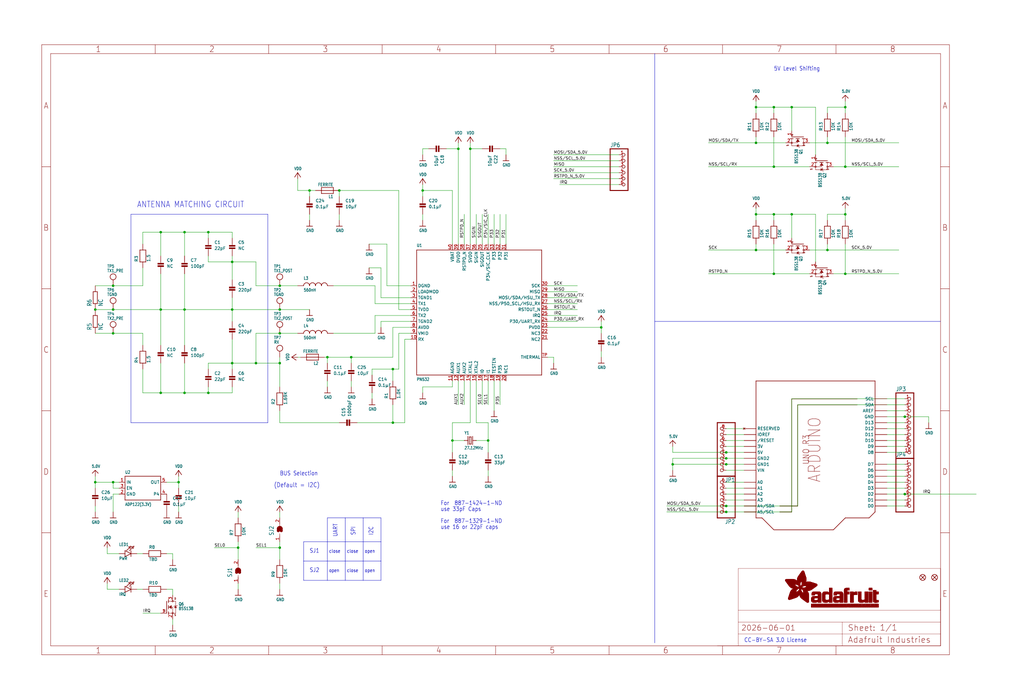
<source format=kicad_sch>
(kicad_sch (version 20230121) (generator eeschema)
  (paper "User" 436.956 298.602)
  (lib_symbols
    (symbol "working-eagle-import:5.0V" (power)
      (property "Value" "5.0V" (at -1.524 3.556 0))
      (symbol "5.0V_1_0"
        (pin power_in line (at 0 0 90) (length 2.54) (name "5.0V") (number "1"))
      )
    )
    (symbol "working-eagle-import:ARDUINOR3NODIM"
      (symbol "ARDUINOR3NODIM_1_0"
        (text "ARDUINO" (at -17.78 2.54 0) (effects (font (size 5.08 4.318)) (justify left bottom)))
        (text "UNO R3" (at -10.16 -2.54 0) (effects (font (size 2.54 2.159)) (justify left bottom)))
        (pin power_in line (at -5.08 -30.48 90) (length 5.08) (name "3V") (number "3V"))
        (pin power_in line (at -2.54 -30.48 90) (length 5.08) (name "5V") (number "5V"))
        (pin bidirectional line (at 10.16 -30.48 90) (length 5.08) (name "A0") (number "A0"))
        (pin bidirectional line (at 12.7 -30.48 90) (length 5.08) (name "A1") (number "A1"))
        (pin bidirectional line (at 15.24 -30.48 90) (length 5.08) (name "A2") (number "A2"))
        (pin bidirectional line (at 17.78 -30.48 90) (length 5.08) (name "A3") (number "A3"))
        (pin bidirectional line (at 20.32 -30.48 90) (length 5.08) (name "A4/SDA") (number "A4"))
        (pin bidirectional line (at 22.86 -30.48 90) (length 5.08) (name "A5/SCL") (number "A5"))
        (pin bidirectional line (at -20.32 30.48 270) (length 5.08) (name "AREF") (number "AREF"))
        (pin bidirectional line (at 20.32 30.48 270) (length 5.08) (name "D0") (number "D0"))
        (pin bidirectional line (at 17.78 30.48 270) (length 5.08) (name "D1") (number "D1"))
        (pin bidirectional line (at -7.62 30.48 270) (length 5.08) (name "D10") (number "D10"))
        (pin bidirectional line (at -10.16 30.48 270) (length 5.08) (name "D11") (number "D11"))
        (pin bidirectional line (at -12.7 30.48 270) (length 5.08) (name "D12") (number "D12"))
        (pin bidirectional line (at -15.24 30.48 270) (length 5.08) (name "D13") (number "D13"))
        (pin bidirectional line (at 15.24 30.48 270) (length 5.08) (name "D2") (number "D2"))
        (pin bidirectional line (at 12.7 30.48 270) (length 5.08) (name "D3") (number "D3"))
        (pin bidirectional line (at 10.16 30.48 270) (length 5.08) (name "D4") (number "D4"))
        (pin bidirectional line (at 7.62 30.48 270) (length 5.08) (name "D5") (number "D5"))
        (pin bidirectional line (at 5.08 30.48 270) (length 5.08) (name "D6") (number "D6"))
        (pin bidirectional line (at 2.54 30.48 270) (length 5.08) (name "D7") (number "D7"))
        (pin bidirectional line (at -2.54 30.48 270) (length 5.08) (name "D8") (number "D8"))
        (pin bidirectional line (at -5.08 30.48 270) (length 5.08) (name "D9") (number "D9"))
        (pin power_in line (at -17.78 30.48 270) (length 5.08) (name "GND") (number "GND"))
        (pin power_in line (at 2.54 -30.48 90) (length 5.08) (name "GND1") (number "GND1"))
        (pin power_in line (at 0 -30.48 90) (length 5.08) (name "GND2") (number "GND2"))
        (pin output line (at -10.16 -30.48 90) (length 5.08) (name "IOREF") (number "IOREF"))
        (pin no_connect line (at -12.7 -30.48 90) (length 5.08) (name "RESERVED") (number "RESERVED"))
        (pin bidirectional line (at -7.62 -30.48 90) (length 5.08) (name "/RESET") (number "RESET"))
        (pin bidirectional line (at -25.4 30.48 270) (length 5.08) (name "SCL") (number "SCL"))
        (pin bidirectional line (at -22.86 30.48 270) (length 5.08) (name "SDA") (number "SDA"))
        (pin power_in line (at 5.08 -30.48 90) (length 5.08) (name "VIN") (number "VIN"))
      )
    )
    (symbol "working-eagle-import:CAP_CERAMIC0805"
      (property "Reference" "C" (at 2.54 2.54 0))
      (symbol "CAP_CERAMIC0805_1_0"
        (pin passive line (at 0 5.08 270) (length 2.54) (name "P$1") (number "1"))
        (pin passive line (at 0 -2.54 90) (length 2.54) (name "P$2") (number "2"))
      )
    )
    (symbol "working-eagle-import:CRYSTALTHIN"
      (property "Reference" "Y" (at -2.54 2.54 0))
      (symbol "CRYSTALTHIN_1_0"
        (pin passive line (at -2.54 0 0) (length 0) (name "1") (number "1"))
        (pin passive line (at 2.54 0 180) (length 0) (name "2") (number "2"))
      )
    )
    (symbol "working-eagle-import:FERRITE0805"
      (property "Reference" "FB" (at -2.54 1.905 0))
      (symbol "FERRITE0805_1_0"
        (pin bidirectional line (at -5.08 0 0) (length 2.54) (name "P$1") (number "1"))
        (pin bidirectional line (at 5.08 0 180) (length 2.54) (name "P$2") (number "2"))
      )
    )
    (symbol "working-eagle-import:FIDUCIAL1X2.5")
    (symbol "working-eagle-import:FRAME_A3_ADAFRUIT"
      (symbol "FRAME_A3_ADAFRUIT_1_0"
        (text "${#}/${##}" (at 357.505 10.16 0) (effects (font (size 2.54 2.54)) (justify left bottom)))
        (text "${CURRENT_DATE}" (at 298.45 10.16 0) (effects (font (size 2.286 2.286)) (justify left bottom)))
        (text "${PROJECTNAME}" (at 298.45 15.24 0) (effects (font (size 2.54 2.54)) (justify left bottom)))
        (text "1" (at 24.2094 1.905 0) (effects (font (size 2.54 2.286))))
        (text "1" (at 24.2094 258.445 0) (effects (font (size 2.54 2.286))))
        (text "2" (at 72.6281 1.905 0) (effects (font (size 2.54 2.286))))
        (text "2" (at 72.6281 258.445 0) (effects (font (size 2.54 2.286))))
        (text "3" (at 121.0469 1.905 0) (effects (font (size 2.54 2.286))))
        (text "3" (at 121.0469 258.445 0) (effects (font (size 2.54 2.286))))
        (text "4" (at 169.4656 1.905 0) (effects (font (size 2.54 2.286))))
        (text "4" (at 169.4656 258.445 0) (effects (font (size 2.54 2.286))))
        (text "5" (at 217.8844 1.905 0) (effects (font (size 2.54 2.286))))
        (text "5" (at 217.8844 258.445 0) (effects (font (size 2.54 2.286))))
        (text "6" (at 266.3031 1.905 0) (effects (font (size 2.54 2.286))))
        (text "6" (at 266.3031 258.445 0) (effects (font (size 2.54 2.286))))
        (text "7" (at 314.7219 1.905 0) (effects (font (size 2.54 2.286))))
        (text "7" (at 314.7219 258.445 0) (effects (font (size 2.54 2.286))))
        (text "8" (at 363.1406 1.905 0) (effects (font (size 2.54 2.286))))
        (text "8" (at 363.1406 258.445 0) (effects (font (size 2.54 2.286))))
        (text "A" (at 1.905 234.315 0) (effects (font (size 2.54 2.286))))
        (text "A" (at 385.445 234.315 0) (effects (font (size 2.54 2.286))))
        (text "Adafruit Industries" (at 343.916 4.953 0) (effects (font (size 2.54 2.54)) (justify left bottom)))
        (text "B" (at 1.905 182.245 0) (effects (font (size 2.54 2.286))))
        (text "B" (at 385.445 182.245 0) (effects (font (size 2.54 2.286))))
        (text "C" (at 1.905 130.175 0) (effects (font (size 2.54 2.286))))
        (text "C" (at 385.445 130.175 0) (effects (font (size 2.54 2.286))))
        (text "D" (at 1.905 78.105 0) (effects (font (size 2.54 2.286))))
        (text "D" (at 385.445 78.105 0) (effects (font (size 2.54 2.286))))
        (text "E" (at 1.905 26.035 0) (effects (font (size 2.54 2.286))))
        (text "E" (at 385.445 26.035 0) (effects (font (size 2.54 2.286))))
        (text "Sheet:" (at 343.916 10.033 0) (effects (font (size 2.54 2.54)) (justify left bottom)))
      )
    )
    (symbol "working-eagle-import:GND" (power)
      (property "Value" "GND" (at -1.524 -2.54 0))
      (symbol "GND_1_0"
        (pin power_in line (at 0 2.54 270) (length 2.54) (name "GND") (number "1"))
      )
    )
    (symbol "working-eagle-import:HEADER-1X1070MIL"
      (property "Reference" "JP" (at -6.35 13.335 0))
      (symbol "HEADER-1X1070MIL_1_0"
        (pin passive inverted (at -2.54 10.16 0) (length 2.54) (name "1") (number "1"))
        (pin passive inverted (at -2.54 -12.7 0) (length 2.54) (name "10") (number "10"))
        (pin passive inverted (at -2.54 7.62 0) (length 2.54) (name "2") (number "2"))
        (pin passive inverted (at -2.54 5.08 0) (length 2.54) (name "3") (number "3"))
        (pin passive inverted (at -2.54 2.54 0) (length 2.54) (name "4") (number "4"))
        (pin passive inverted (at -2.54 0 0) (length 2.54) (name "5") (number "5"))
        (pin passive inverted (at -2.54 -2.54 0) (length 2.54) (name "6") (number "6"))
        (pin passive inverted (at -2.54 -5.08 0) (length 2.54) (name "7") (number "7"))
        (pin passive inverted (at -2.54 -7.62 0) (length 2.54) (name "8") (number "8"))
        (pin passive inverted (at -2.54 -10.16 0) (length 2.54) (name "9") (number "9"))
      )
    )
    (symbol "working-eagle-import:HEADER-1X670MIL"
      (property "Reference" "JP" (at -6.35 10.795 0))
      (symbol "HEADER-1X670MIL_1_0"
        (pin passive inverted (at -2.54 7.62 0) (length 2.54) (name "1") (number "1"))
        (pin passive inverted (at -2.54 5.08 0) (length 2.54) (name "2") (number "2"))
        (pin passive inverted (at -2.54 2.54 0) (length 2.54) (name "3") (number "3"))
        (pin passive inverted (at -2.54 0 0) (length 2.54) (name "4") (number "4"))
        (pin passive inverted (at -2.54 -2.54 0) (length 2.54) (name "5") (number "5"))
        (pin passive inverted (at -2.54 -5.08 0) (length 2.54) (name "6") (number "6"))
      )
    )
    (symbol "working-eagle-import:HEADER-1X870MIL"
      (property "Reference" "JP" (at -6.35 13.335 0))
      (symbol "HEADER-1X870MIL_1_0"
        (pin passive inverted (at -2.54 10.16 0) (length 2.54) (name "1") (number "1"))
        (pin passive inverted (at -2.54 7.62 0) (length 2.54) (name "2") (number "2"))
        (pin passive inverted (at -2.54 5.08 0) (length 2.54) (name "3") (number "3"))
        (pin passive inverted (at -2.54 2.54 0) (length 2.54) (name "4") (number "4"))
        (pin passive inverted (at -2.54 0 0) (length 2.54) (name "5") (number "5"))
        (pin passive inverted (at -2.54 -2.54 0) (length 2.54) (name "6") (number "6"))
        (pin passive inverted (at -2.54 -5.08 0) (length 2.54) (name "7") (number "7"))
        (pin passive inverted (at -2.54 -7.62 0) (length 2.54) (name "8") (number "8"))
      )
    )
    (symbol "working-eagle-import:INDUCTOR0805"
      (property "Reference" "L" (at -5.08 2.54 0))
      (symbol "INDUCTOR0805_1_0"
        (pin passive line (at -7.62 0 0) (length 2.54) (name "1") (number "1"))
        (pin passive line (at 7.62 0 180) (length 2.54) (name "2") (number "2"))
      )
    )
    (symbol "working-eagle-import:LED0805"
      (property "Reference" "LED" (at -5.08 3.175 0))
      (symbol "LED0805_1_0"
        (pin passive line (at -5.08 0 0) (length 2.54) (name "A") (number "A"))
        (pin passive line (at 2.54 0 180) (length 2.54) (name "C") (number "C"))
      )
    )
    (symbol "working-eagle-import:MOSFET-NWIDE"
      (property "Reference" "Q" (at 5.08 0.635 0))
      (symbol "MOSFET-NWIDE_1_0"
        (text "D" (at 3.175 3.175 0) (effects (font (size 0.8128 0.6908)) (justify left bottom)))
        (text "G" (at -1.27 -1.905 0) (effects (font (size 0.8128 0.6908)) (justify left bottom)))
        (text "S" (at 3.175 -3.81 0) (effects (font (size 0.8128 0.6908)) (justify left bottom)))
        (pin bidirectional line (at -2.54 -2.54 0) (length 2.54) (name "G") (number "1"))
        (pin bidirectional line (at 2.54 -5.08 90) (length 2.54) (name "S") (number "2"))
        (pin bidirectional line (at 2.54 5.08 270) (length 2.54) (name "D") (number "3"))
      )
    )
    (symbol "working-eagle-import:PINHD-1X6B"
      (property "Reference" "JP" (at -6.35 10.795 0))
      (symbol "PINHD-1X6B_1_0"
        (pin passive inverted (at -2.54 7.62 0) (length 2.54) (name "1") (number "1"))
        (pin passive inverted (at -2.54 5.08 0) (length 2.54) (name "2") (number "2"))
        (pin passive inverted (at -2.54 2.54 0) (length 2.54) (name "3") (number "3"))
        (pin passive inverted (at -2.54 0 0) (length 2.54) (name "4") (number "4"))
        (pin passive inverted (at -2.54 -2.54 0) (length 2.54) (name "5") (number "5"))
        (pin passive inverted (at -2.54 -5.08 0) (length 2.54) (name "6") (number "6"))
      )
    )
    (symbol "working-eagle-import:PN532"
      (property "Reference" "U" (at -27.94 29.21 0))
      (symbol "PN532_1_0"
        (pin bidirectional line (at -30.48 12.7 0) (length 2.54) (name "DGND") (number "1"))
        (pin bidirectional line (at -30.48 -10.16 0) (length 2.54) (name "RX") (number "10"))
        (pin bidirectional line (at -12.7 -27.94 90) (length 2.54) (name "AGND") (number "11"))
        (pin bidirectional line (at -10.16 -27.94 90) (length 2.54) (name "AUX1") (number "12"))
        (pin bidirectional line (at -7.62 -27.94 90) (length 2.54) (name "AUX2") (number "13"))
        (pin bidirectional line (at -5.08 -27.94 90) (length 2.54) (name "XTAL1") (number "14"))
        (pin bidirectional line (at -2.54 -27.94 90) (length 2.54) (name "XTAL2") (number "15"))
        (pin bidirectional line (at 0 -27.94 90) (length 2.54) (name "I0") (number "16"))
        (pin bidirectional line (at 2.54 -27.94 90) (length 2.54) (name "I1") (number "17"))
        (pin bidirectional line (at 5.08 -27.94 90) (length 2.54) (name "TESTEN") (number "18"))
        (pin bidirectional line (at 7.62 -27.94 90) (length 2.54) (name "P35") (number "19"))
        (pin bidirectional line (at -30.48 10.16 0) (length 2.54) (name "LOADMOD") (number "2"))
        (pin bidirectional line (at 10.16 -27.94 90) (length 2.54) (name "NC1") (number "20"))
        (pin bidirectional line (at 27.94 -10.16 180) (length 2.54) (name "NC2") (number "21"))
        (pin bidirectional line (at 27.94 -7.62 180) (length 2.54) (name "NC3") (number "22"))
        (pin bidirectional line (at 27.94 -5.08 180) (length 2.54) (name "PVDD") (number "23"))
        (pin bidirectional line (at 27.94 -2.54 180) (length 2.54) (name "P30/UART_RX") (number "24"))
        (pin bidirectional line (at 27.94 0 180) (length 2.54) (name "IRQ") (number "25"))
        (pin bidirectional line (at 27.94 2.54 180) (length 2.54) (name "RSTOUT_N") (number "26"))
        (pin bidirectional line (at 27.94 5.08 180) (length 2.54) (name "NSS/P50_SCL/HSU_RX") (number "27"))
        (pin bidirectional line (at 27.94 7.62 180) (length 2.54) (name "MOSI/SDA/HSU_TX") (number "28"))
        (pin bidirectional line (at 27.94 10.16 180) (length 2.54) (name "MISO") (number "29"))
        (pin bidirectional line (at -30.48 7.62 0) (length 2.54) (name "TGND1") (number "3"))
        (pin bidirectional line (at 27.94 12.7 180) (length 2.54) (name "SCK") (number "30"))
        (pin bidirectional line (at 10.16 30.48 270) (length 2.54) (name "P31") (number "31"))
        (pin bidirectional line (at 7.62 30.48 270) (length 2.54) (name "P32") (number "32"))
        (pin bidirectional line (at 5.08 30.48 270) (length 2.54) (name "P33") (number "33"))
        (pin bidirectional line (at 2.54 30.48 270) (length 2.54) (name "P34/SIC_CLK") (number "34"))
        (pin bidirectional line (at 0 30.48 270) (length 2.54) (name "SIGOUT") (number "35"))
        (pin bidirectional line (at -2.54 30.48 270) (length 2.54) (name "SIGIN") (number "36"))
        (pin bidirectional line (at -5.08 30.48 270) (length 2.54) (name "SVDD") (number "37"))
        (pin bidirectional line (at -7.62 30.48 270) (length 2.54) (name "RSTPD_N") (number "38"))
        (pin bidirectional line (at -10.16 30.48 270) (length 2.54) (name "DVDD") (number "39"))
        (pin bidirectional line (at -30.48 5.08 0) (length 2.54) (name "TX1") (number "4"))
        (pin bidirectional line (at -12.7 30.48 270) (length 2.54) (name "VBAT") (number "40"))
        (pin bidirectional line (at -30.48 2.54 0) (length 2.54) (name "TVDD") (number "5"))
        (pin bidirectional line (at -30.48 0 0) (length 2.54) (name "TX2") (number "6"))
        (pin bidirectional line (at -30.48 -2.54 0) (length 2.54) (name "TGND2") (number "7"))
        (pin bidirectional line (at -30.48 -5.08 0) (length 2.54) (name "AVDD") (number "8"))
        (pin bidirectional line (at -30.48 -7.62 0) (length 2.54) (name "VMID") (number "9"))
        (pin bidirectional line (at 27.94 -17.78 180) (length 2.54) (name "THERMAL") (number "TP"))
      )
    )
    (symbol "working-eagle-import:R-EU_R0201"
      (property "Reference" "R" (at -3.81 1.4986 0))
      (symbol "R-EU_R0201_1_0"
        (pin passive line (at -5.08 0 0) (length 2.54) (name "1") (number "1"))
        (pin passive line (at 5.08 0 180) (length 2.54) (name "2") (number "2"))
      )
    )
    (symbol "working-eagle-import:RESISTOR0805"
      (property "Reference" "R" (at -2.54 2.032 0))
      (symbol "RESISTOR0805_1_0"
        (pin passive line (at -5.08 0 0) (length 2.54) (name "1") (number "1"))
        (pin passive line (at 5.08 0 180) (length 2.54) (name "2") (number "2"))
      )
    )
    (symbol "working-eagle-import:SOLDERJUMPERREFLOW_NOPASTE"
      (property "Reference" "SJ" (at -2.54 2.54 0))
      (symbol "SOLDERJUMPERREFLOW_NOPASTE_1_0"
        (pin passive line (at -5.08 0 0) (length 2.54) (name "1") (number "1"))
        (pin passive line (at 5.08 0 180) (length 2.54) (name "2") (number "2"))
      )
    )
    (symbol "working-eagle-import:TESTPOINTPAD"
      (property "Reference" "TP" (at -2.54 7.62 0))
      (symbol "TESTPOINTPAD_1_0"
        (pin bidirectional line (at 0 0 90) (length 2.54) (name "P$1") (number "P$1"))
      )
    )
    (symbol "working-eagle-import:VDD" (power)
      (property "Value" "VDD" (at -1.524 3.556 0))
      (symbol "VDD_1_0"
        (pin power_in line (at 0 0 90) (length 2.54) (name "VDD") (number "1"))
      )
    )
    (symbol "working-eagle-import:VREG_SOT23-5"
      (property "Reference" "U" (at -7.62 6.096 0))
      (symbol "VREG_SOT23-5_1_0"
        (pin bidirectional line (at -10.16 2.54 0) (length 2.54) (name "IN") (number "1"))
        (pin bidirectional line (at -10.16 -2.54 0) (length 2.54) (name "GND") (number "2"))
        (pin bidirectional line (at -10.16 0 0) (length 2.54) (name "EN") (number "3"))
        (pin bidirectional line (at 10.16 -2.54 180) (length 2.54) (name "P4") (number "4"))
        (pin bidirectional line (at 10.16 2.54 180) (length 2.54) (name "OUT") (number "5"))
      )
    )
  )
  (junction (at 167.64 157.48))
  (junction (at 48.26 142.24))
  (junction (at 48.26 205.74))
  (junction (at 309.88 215.9))
  (junction (at 200.66 63.5))
  (junction (at 322.58 45.72))
  (junction (at 40.64 205.74))
  (junction (at 88.9 99.06))
  (junction (at 144.78 81.28))
  (junction (at 360.68 45.72))
  (junction (at 139.7 152.4))
  (junction (at 109.22 154.94))
  (junction (at 119.38 132.08))
  (junction (at 78.74 99.06))
  (junction (at 180.34 81.28))
  (junction (at 287.02 198.12))
  (junction (at 353.06 60.96))
  (junction (at 337.82 91.44))
  (junction (at 78.74 167.64))
  (junction (at 386.08 210.82))
  (junction (at 360.68 116.84))
  (junction (at 48.26 132.08))
  (junction (at 309.88 195.58))
  (junction (at 68.58 167.64))
  (junction (at 88.9 167.64))
  (junction (at 360.68 71.12))
  (junction (at 322.58 106.68))
  (junction (at 48.26 121.92))
  (junction (at 68.58 132.08))
  (junction (at 256.54 139.7))
  (junction (at 119.38 154.94))
  (junction (at 195.58 63.5))
  (junction (at 309.88 198.12))
  (junction (at 360.68 91.44))
  (junction (at 322.58 60.96))
  (junction (at 330.2 116.84))
  (junction (at 208.28 187.96))
  (junction (at 101.6 233.68))
  (junction (at 322.58 91.44))
  (junction (at 309.88 193.04))
  (junction (at 40.64 132.08))
  (junction (at 99.06 154.94))
  (junction (at 353.06 106.68))
  (junction (at 99.06 111.76))
  (junction (at 386.08 177.8))
  (junction (at 76.2 205.74))
  (junction (at 330.2 45.72))
  (junction (at 119.38 142.24))
  (junction (at 193.04 187.96))
  (junction (at 132.08 81.28))
  (junction (at 330.2 91.44))
  (junction (at 337.82 45.72))
  (junction (at 99.06 132.08))
  (junction (at 167.64 180.34))
  (junction (at 78.74 132.08))
  (junction (at 119.38 121.92))
  (junction (at 119.38 233.68))
  (junction (at 330.2 71.12))
  (junction (at 309.88 218.44))
  (junction (at 68.58 99.06))
  (junction (at 149.86 152.4))
  (polyline (pts (xy 55.88 91.44) (xy 114.3 91.44)) (stroke (width 0.1524) (type solid)))
  (wire (pts (xy 347.98 91.44) (xy 337.82 91.44)) (stroke (width 0.1524)))
  (wire (pts (xy 287.02 198.12) (xy 287.02 200.66)) (stroke (width 0.1524)))
  (polyline (pts (xy 114.3 91.44) (xy 114.3 180.34)) (stroke (width 0.1524) (type solid)))
  (polyline (pts (xy 147.32 220.98) (xy 147.32 247.65)) (stroke (width 0.1524) (type solid)))
  (wire (pts (xy 198.12 104.14) (xy 198.12 91.44)) (stroke (width 0.1524)))
  (wire (pts (xy 309.88 215.9) (xy 340.36 215.9)) (stroke (width 0.1524)))
  (wire (pts (xy 309.88 213.36) (xy 317.5 213.36)) (stroke (width 0.1524)))
  (wire (pts (xy 322.58 93.98) (xy 322.58 91.44)) (stroke (width 0.1524)))
  (wire (pts (xy 58.42 251.46) (xy 60.96 251.46)) (stroke (width 0.1524)))
  (wire (pts (xy 99.06 99.06) (xy 88.9 99.06)) (stroke (width 0.1524)))
  (wire (pts (xy 330.2 71.12) (xy 302.26 71.12)) (stroke (width 0.1524)))
  (wire (pts (xy 167.64 172.72) (xy 167.64 180.34)) (stroke (width 0.1524)))
  (wire (pts (xy 48.26 142.24) (xy 60.96 142.24)) (stroke (width 0.1524)))
  (wire (pts (xy 119.38 180.34) (xy 119.38 175.26)) (stroke (width 0.1524)))
  (wire (pts (xy 99.06 154.94) (xy 109.22 154.94)) (stroke (width 0.1524)))
  (wire (pts (xy 40.64 142.24) (xy 48.26 142.24)) (stroke (width 0.1524)))
  (wire (pts (xy 68.58 154.94) (xy 68.58 167.64)) (stroke (width 0.1524)))
  (wire (pts (xy 233.68 139.7) (xy 256.54 139.7)) (stroke (width 0.1524)))
  (wire (pts (xy 167.64 139.7) (xy 167.64 152.4)) (stroke (width 0.1524)))
  (wire (pts (xy 48.26 121.92) (xy 40.64 121.92)) (stroke (width 0.1524)))
  (wire (pts (xy 233.68 137.16) (xy 246.38 137.16)) (stroke (width 0.1524)))
  (wire (pts (xy 360.68 116.84) (xy 355.6 116.84)) (stroke (width 0.1524)))
  (wire (pts (xy 193.04 200.66) (xy 193.04 203.2)) (stroke (width 0.1524)))
  (wire (pts (xy 50.8 210.82) (xy 48.26 210.82)) (stroke (width 0.1524)))
  (wire (pts (xy 99.06 132.08) (xy 119.38 132.08)) (stroke (width 0.1524)))
  (wire (pts (xy 88.9 154.94) (xy 99.06 154.94)) (stroke (width 0.1524)))
  (wire (pts (xy 345.44 106.68) (xy 353.06 106.68)) (stroke (width 0.1524)))
  (wire (pts (xy 48.26 208.28) (xy 48.26 205.74)) (stroke (width 0.1524)))
  (wire (pts (xy 236.22 71.12) (xy 264.16 71.12)) (stroke (width 0.1524)))
  (wire (pts (xy 180.34 165.1) (xy 180.34 167.64)) (stroke (width 0.1524)))
  (wire (pts (xy 142.24 121.92) (xy 160.02 121.92)) (stroke (width 0.1524)))
  (wire (pts (xy 73.66 251.46) (xy 73.66 254)) (stroke (width 0.1524)))
  (wire (pts (xy 45.72 251.46) (xy 45.72 248.92)) (stroke (width 0.1524)))
  (wire (pts (xy 119.38 233.68) (xy 109.22 233.68)) (stroke (width 0.1524)))
  (wire (pts (xy 160.02 121.92) (xy 160.02 129.54)) (stroke (width 0.1524)))
  (wire (pts (xy 337.82 91.44) (xy 330.2 91.44)) (stroke (width 0.1524)))
  (wire (pts (xy 45.72 236.22) (xy 50.8 236.22)) (stroke (width 0.1524)))
  (wire (pts (xy 309.88 208.28) (xy 317.5 208.28)) (stroke (width 0.1524)))
  (wire (pts (xy 99.06 111.76) (xy 99.06 119.38)) (stroke (width 0.1524)))
  (wire (pts (xy 236.22 66.04) (xy 264.16 66.04)) (stroke (width 0.1524)))
  (wire (pts (xy 355.6 71.12) (xy 360.68 71.12)) (stroke (width 0.1524)))
  (wire (pts (xy 99.06 111.76) (xy 109.22 111.76)) (stroke (width 0.1524)))
  (wire (pts (xy 337.82 55.88) (xy 337.82 45.72)) (stroke (width 0.1524)))
  (wire (pts (xy 175.26 127) (xy 162.56 127)) (stroke (width 0.1524)))
  (wire (pts (xy 330.2 48.26) (xy 330.2 45.72)) (stroke (width 0.1524)))
  (wire (pts (xy 109.22 142.24) (xy 119.38 142.24)) (stroke (width 0.1524)))
  (wire (pts (xy 88.9 157.48) (xy 88.9 154.94)) (stroke (width 0.1524)))
  (wire (pts (xy 360.68 45.72) (xy 360.68 43.18)) (stroke (width 0.1524)))
  (wire (pts (xy 160.02 129.54) (xy 175.26 129.54)) (stroke (width 0.1524)))
  (wire (pts (xy 236.22 152.4) (xy 236.22 154.94)) (stroke (width 0.1524)))
  (wire (pts (xy 175.26 132.08) (xy 170.18 132.08)) (stroke (width 0.1524)))
  (wire (pts (xy 353.06 93.98) (xy 353.06 91.44)) (stroke (width 0.1524)))
  (wire (pts (xy 76.2 208.28) (xy 76.2 205.74)) (stroke (width 0.1524)))
  (wire (pts (xy 353.06 91.44) (xy 360.68 91.44)) (stroke (width 0.1524)))
  (wire (pts (xy 330.2 58.42) (xy 330.2 71.12)) (stroke (width 0.1524)))
  (wire (pts (xy 160.02 142.24) (xy 160.02 134.62)) (stroke (width 0.1524)))
  (wire (pts (xy 170.18 81.28) (xy 144.78 81.28)) (stroke (width 0.1524)))
  (wire (pts (xy 99.06 165.1) (xy 99.06 167.64)) (stroke (width 0.1524)))
  (wire (pts (xy 330.2 116.84) (xy 345.44 116.84)) (stroke (width 0.1524)))
  (wire (pts (xy 170.18 132.08) (xy 170.18 81.28)) (stroke (width 0.1524)))
  (wire (pts (xy 330.2 91.44) (xy 322.58 91.44)) (stroke (width 0.1524)))
  (wire (pts (xy 182.88 63.5) (xy 180.34 63.5)) (stroke (width 0.1524)))
  (wire (pts (xy 193.04 180.34) (xy 193.04 187.96)) (stroke (width 0.1524)))
  (wire (pts (xy 345.44 71.12) (xy 330.2 71.12)) (stroke (width 0.1524)))
  (wire (pts (xy 200.66 104.14) (xy 200.66 63.5)) (stroke (width 0.1524)))
  (wire (pts (xy 195.58 162.56) (xy 195.58 172.72)) (stroke (width 0.1524)))
  (wire (pts (xy 101.6 233.68) (xy 91.44 233.68)) (stroke (width 0.1524)))
  (wire (pts (xy 50.8 251.46) (xy 45.72 251.46)) (stroke (width 0.1524)))
  (wire (pts (xy 302.26 60.96) (xy 322.58 60.96)) (stroke (width 0.1524)))
  (wire (pts (xy 175.26 121.92) (xy 165.1 121.92)) (stroke (width 0.1524)))
  (wire (pts (xy 309.88 182.88) (xy 317.5 182.88)) (stroke (width 0.1524)))
  (wire (pts (xy 386.08 175.26) (xy 378.46 175.26)) (stroke (width 0.1524)))
  (wire (pts (xy 203.2 104.14) (xy 203.2 91.44)) (stroke (width 0.1524)))
  (wire (pts (xy 347.98 66.04) (xy 347.98 45.72)) (stroke (width 0.1524)))
  (polyline (pts (xy 162.56 220.98) (xy 154.94 220.98)) (stroke (width 0.1524) (type solid)))
  (wire (pts (xy 340.36 215.9) (xy 340.36 172.72)) (stroke (width 0.1524)))
  (wire (pts (xy 208.28 187.96) (xy 208.28 193.04)) (stroke (width 0.1524)))
  (wire (pts (xy 309.88 195.58) (xy 317.5 195.58)) (stroke (width 0.1524)))
  (wire (pts (xy 215.9 104.14) (xy 215.9 91.44)) (stroke (width 0.1524)))
  (wire (pts (xy 99.06 137.16) (xy 99.06 132.08)) (stroke (width 0.1524)))
  (wire (pts (xy 99.06 144.78) (xy 99.06 154.94)) (stroke (width 0.1524)))
  (wire (pts (xy 149.86 152.4) (xy 149.86 154.94)) (stroke (width 0.1524)))
  (wire (pts (xy 167.64 152.4) (xy 149.86 152.4)) (stroke (width 0.1524)))
  (wire (pts (xy 340.36 172.72) (xy 386.08 172.72)) (stroke (width 0.1524)))
  (wire (pts (xy 386.08 210.82) (xy 416.56 210.82)) (stroke (width 0.1524)))
  (wire (pts (xy 233.68 121.92) (xy 246.38 121.92)) (stroke (width 0.1524)))
  (wire (pts (xy 119.38 248.92) (xy 119.38 251.46)) (stroke (width 0.1524)))
  (wire (pts (xy 40.64 205.74) (xy 40.64 208.28)) (stroke (width 0.1524)))
  (wire (pts (xy 195.58 63.5) (xy 195.58 60.96)) (stroke (width 0.1524)))
  (wire (pts (xy 180.34 91.44) (xy 180.34 93.98)) (stroke (width 0.1524)))
  (wire (pts (xy 309.88 198.12) (xy 287.02 198.12)) (stroke (width 0.1524)))
  (wire (pts (xy 142.24 142.24) (xy 160.02 142.24)) (stroke (width 0.1524)))
  (wire (pts (xy 215.9 63.5) (xy 215.9 66.04)) (stroke (width 0.1524)))
  (wire (pts (xy 175.26 144.78) (xy 172.72 144.78)) (stroke (width 0.1524)))
  (wire (pts (xy 309.88 210.82) (xy 317.5 210.82)) (stroke (width 0.1524)))
  (wire (pts (xy 190.5 63.5) (xy 195.58 63.5)) (stroke (width 0.1524)))
  (wire (pts (xy 88.9 99.06) (xy 88.9 101.6)) (stroke (width 0.1524)))
  (wire (pts (xy 353.06 106.68) (xy 383.54 106.68)) (stroke (width 0.1524)))
  (wire (pts (xy 138.43 152.4) (xy 139.7 152.4)) (stroke (width 0.1524)))
  (wire (pts (xy 386.08 185.42) (xy 378.46 185.42)) (stroke (width 0.1524)))
  (wire (pts (xy 203.2 180.34) (xy 208.28 180.34)) (stroke (width 0.1524)))
  (wire (pts (xy 236.22 68.58) (xy 264.16 68.58)) (stroke (width 0.1524)))
  (wire (pts (xy 205.74 162.56) (xy 205.74 172.72)) (stroke (width 0.1524)))
  (polyline (pts (xy 129.54 247.65) (xy 139.7 247.65)) (stroke (width 0.1524) (type solid)))
  (wire (pts (xy 144.78 83.82) (xy 144.78 81.28)) (stroke (width 0.1524)))
  (polyline (pts (xy 147.32 247.65) (xy 154.94 247.65)) (stroke (width 0.1524) (type solid)))
  (wire (pts (xy 193.04 187.96) (xy 198.12 187.96)) (stroke (width 0.1524)))
  (wire (pts (xy 360.68 91.44) (xy 360.68 88.9)) (stroke (width 0.1524)))
  (wire (pts (xy 162.56 114.3) (xy 157.48 114.3)) (stroke (width 0.1524)))
  (wire (pts (xy 139.7 162.56) (xy 139.7 165.1)) (stroke (width 0.1524)))
  (wire (pts (xy 144.78 180.34) (xy 119.38 180.34)) (stroke (width 0.1524)))
  (wire (pts (xy 210.82 162.56) (xy 210.82 175.26)) (stroke (width 0.1524)))
  (wire (pts (xy 337.82 170.18) (xy 337.82 218.44)) (stroke (width 0.1524)))
  (wire (pts (xy 386.08 210.82) (xy 378.46 210.82)) (stroke (width 0.1524)))
  (wire (pts (xy 309.88 218.44) (xy 337.82 218.44)) (stroke (width 0.1524)))
  (wire (pts (xy 58.42 236.22) (xy 60.96 236.22)) (stroke (width 0.1524)))
  (wire (pts (xy 127 152.4) (xy 128.27 152.4)) (stroke (width 0.1524)))
  (wire (pts (xy 132.08 83.82) (xy 132.08 81.28)) (stroke (width 0.1524)))
  (wire (pts (xy 360.68 48.26) (xy 360.68 45.72)) (stroke (width 0.1524)))
  (wire (pts (xy 99.06 109.22) (xy 99.06 111.76)) (stroke (width 0.1524)))
  (wire (pts (xy 193.04 162.56) (xy 193.04 165.1)) (stroke (width 0.1524)))
  (wire (pts (xy 309.88 190.5) (xy 317.5 190.5)) (stroke (width 0.1524)))
  (polyline (pts (xy 129.54 231.14) (xy 129.54 239.395)) (stroke (width 0.1524) (type solid)))
  (wire (pts (xy 101.6 220.98) (xy 101.6 218.44)) (stroke (width 0.1524)))
  (wire (pts (xy 309.88 218.44) (xy 284.48 218.44)) (stroke (width 0.1524)))
  (wire (pts (xy 170.18 142.24) (xy 170.18 157.48)) (stroke (width 0.1524)))
  (wire (pts (xy 119.38 233.68) (xy 119.38 238.76)) (stroke (width 0.1524)))
  (wire (pts (xy 139.7 152.4) (xy 139.7 154.94)) (stroke (width 0.1524)))
  (wire (pts (xy 45.72 233.68) (xy 45.72 236.22)) (stroke (width 0.1524)))
  (wire (pts (xy 322.58 60.96) (xy 335.28 60.96)) (stroke (width 0.1524)))
  (wire (pts (xy 119.38 231.14) (xy 119.38 233.68)) (stroke (width 0.1524)))
  (polyline (pts (xy 279.4 274.32) (xy 279.4 137.16)) (stroke (width 0.1524) (type solid)))
  (wire (pts (xy 386.08 190.5) (xy 378.46 190.5)) (stroke (width 0.1524)))
  (wire (pts (xy 172.72 180.34) (xy 167.64 180.34)) (stroke (width 0.1524)))
  (wire (pts (xy 386.08 180.34) (xy 378.46 180.34)) (stroke (width 0.1524)))
  (wire (pts (xy 175.26 139.7) (xy 167.64 139.7)) (stroke (width 0.1524)))
  (wire (pts (xy 68.58 167.64) (xy 78.74 167.64)) (stroke (width 0.1524)))
  (wire (pts (xy 132.08 93.98) (xy 132.08 91.44)) (stroke (width 0.1524)))
  (wire (pts (xy 119.38 121.92) (xy 127 121.92)) (stroke (width 0.1524)))
  (wire (pts (xy 330.2 45.72) (xy 322.58 45.72)) (stroke (width 0.1524)))
  (wire (pts (xy 60.96 121.92) (xy 60.96 114.3)) (stroke (width 0.1524)))
  (wire (pts (xy 213.36 63.5) (xy 215.9 63.5)) (stroke (width 0.1524)))
  (wire (pts (xy 88.9 167.64) (xy 88.9 165.1)) (stroke (width 0.1524)))
  (wire (pts (xy 60.96 121.92) (xy 48.26 121.92)) (stroke (width 0.1524)))
  (wire (pts (xy 99.06 111.76) (xy 88.9 111.76)) (stroke (width 0.1524)))
  (wire (pts (xy 193.04 193.04) (xy 193.04 187.96)) (stroke (width 0.1524)))
  (wire (pts (xy 322.58 106.68) (xy 335.28 106.68)) (stroke (width 0.1524)))
  (wire (pts (xy 353.06 104.14) (xy 353.06 106.68)) (stroke (width 0.1524)))
  (wire (pts (xy 256.54 139.7) (xy 256.54 137.16)) (stroke (width 0.1524)))
  (wire (pts (xy 71.12 236.22) (xy 73.66 236.22)) (stroke (width 0.1524)))
  (wire (pts (xy 264.16 76.2) (xy 236.22 76.2)) (stroke (width 0.1524)))
  (wire (pts (xy 193.04 81.28) (xy 180.34 81.28)) (stroke (width 0.1524)))
  (wire (pts (xy 88.9 111.76) (xy 88.9 109.22)) (stroke (width 0.1524)))
  (wire (pts (xy 309.88 195.58) (xy 287.02 195.58)) (stroke (width 0.1524)))
  (wire (pts (xy 302.26 106.68) (xy 322.58 106.68)) (stroke (width 0.1524)))
  (wire (pts (xy 101.6 248.92) (xy 101.6 251.46)) (stroke (width 0.1524)))
  (wire (pts (xy 165.1 121.92) (xy 165.1 104.14)) (stroke (width 0.1524)))
  (wire (pts (xy 144.78 91.44) (xy 144.78 93.98)) (stroke (width 0.1524)))
  (wire (pts (xy 256.54 139.7) (xy 256.54 142.24)) (stroke (width 0.1524)))
  (wire (pts (xy 76.2 205.74) (xy 76.2 203.2)) (stroke (width 0.1524)))
  (wire (pts (xy 158.75 167.64) (xy 158.75 170.18)) (stroke (width 0.1524)))
  (wire (pts (xy 119.38 154.94) (xy 119.38 152.4)) (stroke (width 0.1524)))
  (wire (pts (xy 109.22 111.76) (xy 109.22 121.92)) (stroke (width 0.1524)))
  (wire (pts (xy 345.44 60.96) (xy 353.06 60.96)) (stroke (width 0.1524)))
  (wire (pts (xy 287.02 195.58) (xy 287.02 198.12)) (stroke (width 0.1524)))
  (wire (pts (xy 60.96 147.32) (xy 60.96 142.24)) (stroke (width 0.1524)))
  (wire (pts (xy 337.82 101.6) (xy 337.82 91.44)) (stroke (width 0.1524)))
  (wire (pts (xy 172.72 144.78) (xy 172.72 180.34)) (stroke (width 0.1524)))
  (wire (pts (xy 383.54 116.84) (xy 360.68 116.84)) (stroke (width 0.1524)))
  (polyline (pts (xy 162.56 239.395) (xy 162.56 247.65)) (stroke (width 0.1524) (type solid)))
  (polyline (pts (xy 147.32 220.98) (xy 139.7 220.98)) (stroke (width 0.1524) (type solid)))
  (wire (pts (xy 360.68 71.12) (xy 360.68 58.42)) (stroke (width 0.1524)))
  (wire (pts (xy 160.02 134.62) (xy 175.26 134.62)) (stroke (width 0.1524)))
  (wire (pts (xy 347.98 45.72) (xy 337.82 45.72)) (stroke (width 0.1524)))
  (wire (pts (xy 180.34 81.28) (xy 180.34 83.82)) (stroke (width 0.1524)))
  (wire (pts (xy 73.66 264.16) (xy 73.66 266.7)) (stroke (width 0.1524)))
  (wire (pts (xy 99.06 154.94) (xy 99.06 157.48)) (stroke (width 0.1524)))
  (wire (pts (xy 193.04 165.1) (xy 180.34 165.1)) (stroke (width 0.1524)))
  (wire (pts (xy 109.22 154.94) (xy 109.22 142.24)) (stroke (width 0.1524)))
  (wire (pts (xy 386.08 215.9) (xy 378.46 215.9)) (stroke (width 0.1524)))
  (wire (pts (xy 40.64 132.08) (xy 48.26 132.08)) (stroke (width 0.1524)))
  (wire (pts (xy 353.06 60.96) (xy 383.54 60.96)) (stroke (width 0.1524)))
  (wire (pts (xy 203.2 162.56) (xy 203.2 180.34)) (stroke (width 0.1524)))
  (wire (pts (xy 360.68 104.14) (xy 360.68 116.84)) (stroke (width 0.1524)))
  (wire (pts (xy 309.88 193.04) (xy 317.5 193.04)) (stroke (width 0.1524)))
  (wire (pts (xy 386.08 193.04) (xy 378.46 193.04)) (stroke (width 0.1524)))
  (polyline (pts (xy 401.32 137.16) (xy 279.4 137.16)) (stroke (width 0.1524) (type solid)))
  (wire (pts (xy 386.08 200.66) (xy 378.46 200.66)) (stroke (width 0.1524)))
  (wire (pts (xy 330.2 104.14) (xy 330.2 116.84)) (stroke (width 0.1524)))
  (wire (pts (xy 322.58 58.42) (xy 322.58 60.96)) (stroke (width 0.1524)))
  (wire (pts (xy 119.38 165.1) (xy 119.38 154.94)) (stroke (width 0.1524)))
  (wire (pts (xy 205.74 104.14) (xy 205.74 91.44)) (stroke (width 0.1524)))
  (wire (pts (xy 180.34 63.5) (xy 180.34 66.04)) (stroke (width 0.1524)))
  (wire (pts (xy 88.9 167.64) (xy 99.06 167.64)) (stroke (width 0.1524)))
  (wire (pts (xy 200.66 180.34) (xy 193.04 180.34)) (stroke (width 0.1524)))
  (wire (pts (xy 78.74 116.84) (xy 78.74 132.08)) (stroke (width 0.1524)))
  (wire (pts (xy 309.88 215.9) (xy 284.48 215.9)) (stroke (width 0.1524)))
  (wire (pts (xy 158.75 157.48) (xy 158.75 160.02)) (stroke (width 0.1524)))
  (wire (pts (xy 200.66 63.5) (xy 200.66 60.96)) (stroke (width 0.1524)))
  (wire (pts (xy 78.74 132.08) (xy 99.06 132.08)) (stroke (width 0.1524)))
  (wire (pts (xy 167.64 157.48) (xy 167.64 162.56)) (stroke (width 0.1524)))
  (wire (pts (xy 68.58 99.06) (xy 60.96 99.06)) (stroke (width 0.1524)))
  (wire (pts (xy 175.26 137.16) (xy 162.56 137.16)) (stroke (width 0.1524)))
  (wire (pts (xy 68.58 132.08) (xy 78.74 132.08)) (stroke (width 0.1524)))
  (wire (pts (xy 208.28 200.66) (xy 208.28 203.2)) (stroke (width 0.1524)))
  (wire (pts (xy 78.74 154.94) (xy 78.74 167.64)) (stroke (width 0.1524)))
  (wire (pts (xy 233.68 124.46) (xy 246.38 124.46)) (stroke (width 0.1524)))
  (wire (pts (xy 233.68 132.08) (xy 246.38 132.08)) (stroke (width 0.1524)))
  (wire (pts (xy 60.96 167.64) (xy 60.96 157.48)) (stroke (width 0.1524)))
  (wire (pts (xy 88.9 99.06) (xy 78.74 99.06)) (stroke (width 0.1524)))
  (wire (pts (xy 238.76 78.74) (xy 264.16 78.74)) (stroke (width 0.1524)))
  (wire (pts (xy 386.08 198.12) (xy 378.46 198.12)) (stroke (width 0.1524)))
  (wire (pts (xy 386.08 205.74) (xy 378.46 205.74)) (stroke (width 0.1524)))
  (wire (pts (xy 68.58 116.84) (xy 68.58 132.08)) (stroke (width 0.1524)))
  (wire (pts (xy 78.74 167.64) (xy 88.9 167.64)) (stroke (width 0.1524)))
  (wire (pts (xy 40.64 203.2) (xy 40.64 205.74)) (stroke (width 0.1524)))
  (wire (pts (xy 162.56 127) (xy 162.56 114.3)) (stroke (width 0.1524)))
  (wire (pts (xy 200.66 63.5) (xy 205.74 63.5)) (stroke (width 0.1524)))
  (wire (pts (xy 167.64 157.48) (xy 158.75 157.48)) (stroke (width 0.1524)))
  (wire (pts (xy 337.82 45.72) (xy 330.2 45.72)) (stroke (width 0.1524)))
  (wire (pts (xy 162.56 137.16) (xy 162.56 139.7)) (stroke (width 0.1524)))
  (polyline (pts (xy 154.94 220.98) (xy 154.94 247.65)) (stroke (width 0.1524) (type solid)))
  (wire (pts (xy 99.06 127) (xy 99.06 132.08)) (stroke (width 0.1524)))
  (wire (pts (xy 337.82 170.18) (xy 386.08 170.18)) (stroke (width 0.1524)))
  (wire (pts (xy 322.58 106.68) (xy 322.58 104.14)) (stroke (width 0.1524)))
  (wire (pts (xy 198.12 162.56) (xy 198.12 172.72)) (stroke (width 0.1524)))
  (wire (pts (xy 78.74 99.06) (xy 68.58 99.06)) (stroke (width 0.1524)))
  (wire (pts (xy 309.88 193.04) (xy 287.02 193.04)) (stroke (width 0.1524)))
  (wire (pts (xy 322.58 45.72) (xy 322.58 43.18)) (stroke (width 0.1524)))
  (wire (pts (xy 119.38 132.08) (xy 132.08 132.08)) (stroke (width 0.1524)))
  (wire (pts (xy 71.12 205.74) (xy 76.2 205.74)) (stroke (width 0.1524)))
  (wire (pts (xy 386.08 208.28) (xy 378.46 208.28)) (stroke (width 0.1524)))
  (wire (pts (xy 386.08 213.36) (xy 378.46 213.36)) (stroke (width 0.1524)))
  (polyline (pts (xy 129.54 239.395) (xy 129.54 247.65)) (stroke (width 0.1524) (type solid)))
  (wire (pts (xy 195.58 104.14) (xy 195.58 63.5)) (stroke (width 0.1524)))
  (wire (pts (xy 203.2 187.96) (xy 208.28 187.96)) (stroke (width 0.1524)))
  (wire (pts (xy 175.26 142.24) (xy 170.18 142.24)) (stroke (width 0.1524)))
  (polyline (pts (xy 154.94 247.65) (xy 162.56 247.65)) (stroke (width 0.1524) (type solid)))
  (wire (pts (xy 50.8 208.28) (xy 48.26 208.28)) (stroke (width 0.1524)))
  (polyline (pts (xy 162.56 231.14) (xy 162.56 239.395)) (stroke (width 0.1524) (type solid)))
  (wire (pts (xy 60.96 167.64) (xy 68.58 167.64)) (stroke (width 0.1524)))
  (wire (pts (xy 134.62 81.28) (xy 132.08 81.28)) (stroke (width 0.1524)))
  (wire (pts (xy 101.6 233.68) (xy 101.6 238.76)) (stroke (width 0.1524)))
  (wire (pts (xy 200.66 162.56) (xy 200.66 180.34)) (stroke (width 0.1524)))
  (wire (pts (xy 256.54 149.86) (xy 256.54 152.4)) (stroke (width 0.1524)))
  (wire (pts (xy 386.08 187.96) (xy 378.46 187.96)) (stroke (width 0.1524)))
  (wire (pts (xy 149.86 152.4) (xy 139.7 152.4)) (stroke (width 0.1524)))
  (wire (pts (xy 353.06 60.96) (xy 353.06 58.42)) (stroke (width 0.1524)))
  (wire (pts (xy 109.22 121.92) (xy 119.38 121.92)) (stroke (width 0.1524)))
  (wire (pts (xy 73.66 236.22) (xy 73.66 238.76)) (stroke (width 0.1524)))
  (wire (pts (xy 309.88 198.12) (xy 317.5 198.12)) (stroke (width 0.1524)))
  (wire (pts (xy 165.1 104.14) (xy 157.48 104.14)) (stroke (width 0.1524)))
  (wire (pts (xy 68.58 99.06) (xy 68.58 109.22)) (stroke (width 0.1524)))
  (wire (pts (xy 233.68 152.4) (xy 236.22 152.4)) (stroke (width 0.1524)))
  (wire (pts (xy 193.04 104.14) (xy 193.04 81.28)) (stroke (width 0.1524)))
  (wire (pts (xy 309.88 185.42) (xy 317.5 185.42)) (stroke (width 0.1524)))
  (polyline (pts (xy 139.7 220.98) (xy 139.7 247.65)) (stroke (width 0.1524) (type solid)))
  (wire (pts (xy 353.06 45.72) (xy 360.68 45.72)) (stroke (width 0.1524)))
  (polyline (pts (xy 154.94 220.98) (xy 147.32 220.98)) (stroke (width 0.1524) (type solid)))
  (wire (pts (xy 40.64 215.9) (xy 40.64 218.44)) (stroke (width 0.1524)))
  (wire (pts (xy 127 81.28) (xy 127 76.2)) (stroke (width 0.1524)))
  (wire (pts (xy 386.08 177.8) (xy 378.46 177.8)) (stroke (width 0.1524)))
  (polyline (pts (xy 162.56 220.98) (xy 162.56 231.14)) (stroke (width 0.1524) (type solid)))
  (wire (pts (xy 233.68 127) (xy 246.38 127)) (stroke (width 0.1524)))
  (wire (pts (xy 76.2 215.9) (xy 76.2 218.44)) (stroke (width 0.1524)))
  (wire (pts (xy 119.38 154.94) (xy 109.22 154.94)) (stroke (width 0.1524)))
  (wire (pts (xy 48.26 205.74) (xy 40.64 205.74)) (stroke (width 0.1524)))
  (wire (pts (xy 360.68 71.12) (xy 383.54 71.12)) (stroke (width 0.1524)))
  (wire (pts (xy 208.28 180.34) (xy 208.28 187.96)) (stroke (width 0.1524)))
  (wire (pts (xy 233.68 134.62) (xy 246.38 134.62)) (stroke (width 0.1524)))
  (wire (pts (xy 210.82 104.14) (xy 210.82 91.44)) (stroke (width 0.1524)))
  (wire (pts (xy 233.68 129.54) (xy 246.38 129.54)) (stroke (width 0.1524)))
  (wire (pts (xy 149.86 165.1) (xy 149.86 162.56)) (stroke (width 0.1524)))
  (wire (pts (xy 309.88 200.66) (xy 317.5 200.66)) (stroke (width 0.1524)))
  (wire (pts (xy 50.8 205.74) (xy 48.26 205.74)) (stroke (width 0.1524)))
  (wire (pts (xy 170.18 157.48) (xy 167.64 157.48)) (stroke (width 0.1524)))
  (wire (pts (xy 353.06 48.26) (xy 353.06 45.72)) (stroke (width 0.1524)))
  (wire (pts (xy 119.38 220.98) (xy 119.38 218.44)) (stroke (width 0.1524)))
  (polyline (pts (xy 114.3 180.34) (xy 55.88 180.34)) (stroke (width 0.1524) (type solid)))
  (polyline (pts (xy 139.7 247.65) (xy 147.32 247.65)) (stroke (width 0.1524) (type solid)))
  (wire (pts (xy 213.36 104.14) (xy 213.36 91.44)) (stroke (width 0.1524)))
  (wire (pts (xy 119.38 142.24) (xy 127 142.24)) (stroke (width 0.1524)))
  (wire (pts (xy 309.88 205.74) (xy 317.5 205.74)) (stroke (width 0.1524)))
  (wire (pts (xy 180.34 81.28) (xy 180.34 78.74)) (stroke (width 0.1524)))
  (wire (pts (xy 48.26 210.82) (xy 48.26 218.44)) (stroke (width 0.1524)))
  (polyline (pts (xy 129.54 231.14) (xy 162.56 231.14)) (stroke (width 0.1524) (type solid)))
  (polyline (pts (xy 279.4 137.16) (xy 279.4 22.86)) (stroke (width 0.1524) (type solid)))
  (wire (pts (xy 68.58 147.32) (xy 68.58 132.08)) (stroke (width 0.1524)))
  (wire (pts (xy 132.08 81.28) (xy 127 81.28)) (stroke (width 0.1524)))
  (wire (pts (xy 101.6 233.68) (xy 101.6 231.14)) (stroke (width 0.1524)))
  (wire (pts (xy 309.88 187.96) (xy 317.5 187.96)) (stroke (width 0.1524)))
  (wire (pts (xy 78.74 99.06) (xy 78.74 109.22)) (stroke (width 0.1524)))
  (wire (pts (xy 322.58 48.26) (xy 322.58 45.72)) (stroke (width 0.1524)))
  (wire (pts (xy 360.68 93.98) (xy 360.68 91.44)) (stroke (width 0.1524)))
  (wire (pts (xy 386.08 203.2) (xy 378.46 203.2)) (stroke (width 0.1524)))
  (wire (pts (xy 322.58 91.44) (xy 322.58 88.9)) (stroke (width 0.1524)))
  (wire (pts (xy 71.12 251.46) (xy 73.66 251.46)) (stroke (width 0.1524)))
  (wire (pts (xy 287.02 193.04) (xy 287.02 190.5)) (stroke (width 0.1524)))
  (wire (pts (xy 386.08 177.8) (xy 396.24 177.8)) (stroke (width 0.1524)))
  (wire (pts (xy 213.36 162.56) (xy 213.36 172.72)) (stroke (width 0.1524)))
  (wire (pts (xy 208.28 162.56) (xy 208.28 172.72)) (stroke (width 0.1524)))
  (wire (pts (xy 78.74 147.32) (xy 78.74 132.08)) (stroke (width 0.1524)))
  (wire (pts (xy 330.2 93.98) (xy 330.2 91.44)) (stroke (width 0.1524)))
  (polyline (pts (xy 129.54 239.395) (xy 162.56 239.395)) (stroke (width 0.1524) (type solid)))
  (wire (pts (xy 347.98 111.76) (xy 347.98 91.44)) (stroke (width 0.1524)))
  (wire (pts (xy 236.22 73.66) (xy 264.16 73.66)) (stroke (width 0.1524)))
  (wire (pts (xy 167.64 180.34) (xy 152.4 180.34)) (stroke (width 0.1524)))
  (wire (pts (xy 302.26 116.84) (xy 330.2 116.84)) (stroke (width 0.1524)))
  (wire (pts (xy 396.24 177.8) (xy 396.24 180.34)) (stroke (width 0.1524)))
  (wire (pts (xy 208.28 104.14) (xy 208.28 91.44)) (stroke (width 0.1524)))
  (wire (pts (xy 99.06 101.6) (xy 99.06 99.06)) (stroke (width 0.1524)))
  (wire (pts (xy 48.26 132.08) (xy 68.58 132.08)) (stroke (width 0.1524)))
  (polyline (pts (xy 55.88 180.34) (xy 55.88 91.44)) (stroke (width 0.1524) (type solid)))
  (wire (pts (xy 68.58 261.62) (xy 60.96 261.62)) (stroke (width 0.1524)))
  (wire (pts (xy 60.96 104.14) (xy 60.96 99.06)) (stroke (width 0.1524)))
  (wire (pts (xy 386.08 182.88) (xy 378.46 182.88)) (stroke (width 0.1524)))
  (text "SJ2" (at 132.08 244.475 0) (effects (font (size 1.778 1.5113)) (justify left bottom)))
  (text "use 33pF Caps" (at 187.96 218.44 0) (effects (font (size 1.778 1.5113)) (justify left bottom)))
  (text "SJ1" (at 132.08 236.22 0) (effects (font (size 1.778 1.5113)) (justify left bottom)))
  (text "open" (at 155.575 244.475 0) (effects (font (size 1.4224 1.209)) (justify left bottom)))
  (text "For  887-1424-1-ND" (at 187.96 215.9 0) (effects (font (size 1.778 1.5113)) (justify left bottom)))
  (text "close" (at 140.335 236.22 0) (effects (font (size 1.4224 1.209)) (justify left bottom)))
  (text "use 16 or 22pF caps" (at 187.96 226.06 0) (effects (font (size 1.778 1.5113)) (justify left bottom)))
  (text "open" (at 155.575 236.22 0) (effects (font (size 1.4224 1.209)) (justify left bottom)))
  (text "close" (at 147.955 244.475 0) (effects (font (size 1.4224 1.209)) (justify left bottom)))
  (text "BUS Selection" (at 119.38 203.2 0) (effects (font (size 1.778 1.5113)) (justify left bottom)))
  (text "I2C" (at 159.385 228.6 90) (effects (font (size 1.778 1.5113)) (justify left bottom)))
  (text "ANTENNA MATCHING CIRCUIT" (at 58.42 88.9 0) (effects (font (size 2.54 2.159)) (justify left bottom)))
  (text "(Default = I2C)" (at 116.84 208.28 0) (effects (font (size 1.9304 1.6408)) (justify left bottom)))
  (text "5V Level Shifting" (at 330.2 30.48 0) (effects (font (size 1.778 1.5113)) (justify left bottom)))
  (text "UART" (at 144.145 229.235 90) (effects (font (size 1.778 1.5113)) (justify left bottom)))
  (text "CC-BY-SA 3.0 License" (at 317.5 274.32 0) (effects (font (size 1.778 1.5113)) (justify left bottom)))
  (text "SPI" (at 151.765 228.6 90) (effects (font (size 1.778 1.5113)) (justify left bottom)))
  (text "close" (at 147.955 236.22 0) (effects (font (size 1.4224 1.209)) (justify left bottom)))
  (text "For  887-1329-1-ND" (at 187.96 223.52 0) (effects (font (size 1.778 1.5113)) (justify left bottom)))
  (text "open" (at 140.335 244.475 0) (effects (font (size 1.4224 1.209)) (justify left bottom)))
  (label "SEL0" (at 205.74 172.72 90) (effects (font (size 1.2446 1.2446))))
  (label "P31" (at 215.9 101.6 90) (effects (font (size 1.2446 1.2446))))
  (label "MOSI/SDA/TX" (at 302.26 60.96 0) (effects (font (size 1.2446 1.2446))))
  (label "MISO" (at 236.22 124.46 0) (effects (font (size 1.2446 1.2446))))
  (label "P34/SIC_CLK" (at 208.28 101.6 90) (effects (font (size 1.2446 1.2446))))
  (label "MOSI/SDA_5.0V" (at 236.22 66.04 0) (effects (font (size 1.2446 1.2446))))
  (label "RSTOUT_N" (at 236.22 132.08 0) (effects (font (size 1.2446 1.2446))))
  (label "MOSI/SDA/TX" (at 236.22 127 0) (effects (font (size 1.2446 1.2446))))
  (label "AUX2" (at 198.12 172.72 90) (effects (font (size 1.2446 1.2446))))
  (label "SCK_5.0V" (at 363.22 106.68 0) (effects (font (size 1.2446 1.2446))))
  (label "SIGOUT" (at 205.74 101.6 90) (effects (font (size 1.2446 1.2446))))
  (label "SCK" (at 302.26 106.68 0) (effects (font (size 1.2446 1.2446))))
  (label "AUX1" (at 195.58 172.72 90) (effects (font (size 1.2446 1.2446))))
  (label "NSS/SCL_5.0V" (at 236.22 68.58 0) (effects (font (size 1.2446 1.2446))))
  (label "NSS/SCL_5.0V" (at 363.22 71.12 0) (effects (font (size 1.2446 1.2446))))
  (label "NSS/SCL/RX" (at 236.22 129.54 0) (effects (font (size 1.2446 1.2446))))
  (label "SEL1" (at 109.22 233.68 0) (effects (font (size 1.2446 1.2446))))
  (label "NSS/SCL/RX" (at 302.26 71.12 0) (effects (font (size 1.2446 1.2446))))
  (label "SCK_5.0V" (at 236.22 73.66 0) (effects (font (size 1.2446 1.2446))))
  (label "MISO" (at 236.22 71.12 0) (effects (font (size 1.2446 1.2446))))
  (label "P33" (at 210.82 101.6 90) (effects (font (size 1.2446 1.2446))))
  (label "P30/UART_RX" (at 236.22 137.16 0) (effects (font (size 1.2446 1.2446))))
  (label "IRQ" (at 236.22 134.62 0) (effects (font (size 1.2446 1.2446))))
  (label "SCK" (at 236.22 121.92 0) (effects (font (size 1.2446 1.2446))))
  (label "P32" (at 213.36 101.6 90) (effects (font (size 1.2446 1.2446))))
  (label "P35" (at 213.36 172.72 90) (effects (font (size 1.2446 1.2446))))
  (label "RSTPD_N" (at 198.12 101.6 90) (effects (font (size 1.2446 1.2446))))
  (label "RSTPD_N_5.0V" (at 236.22 76.2 0) (effects (font (size 1.2446 1.2446))))
  (label "MOSI/SDA_5.0V" (at 363.22 60.96 0) (effects (font (size 1.2446 1.2446))))
  (label "SIGIN" (at 203.2 101.6 90) (effects (font (size 1.2446 1.2446))))
  (label "RSTPD_N" (at 302.26 116.84 0) (effects (font (size 1.2446 1.2446))))
  (label "SEL0" (at 91.44 233.68 0) (effects (font (size 1.2446 1.2446))))
  (label "IRQ" (at 238.76 78.74 0) (effects (font (size 1.2446 1.2446))))
  (label "SEL1" (at 208.28 172.72 90) (effects (font (size 1.2446 1.2446))))
  (label "MOSI/SDA_5.0V" (at 284.48 215.9 0) (effects (font (size 1.2446 1.2446))))
  (label "NSS/SCL_5.0V" (at 284.48 218.44 0) (effects (font (size 1.2446 1.2446))))
  (label "RSTPD_N_5.0V" (at 363.22 116.84 0) (effects (font (size 1.2446 1.2446))))
  (label "IRQ" (at 60.96 261.62 0) (effects (font (size 1.2446 1.2446))))
  (label "IRQ" (at 393.7 210.82 0) (effects (font (size 1.2446 1.2446))))
  (symbol (lib_id "working-eagle-import:5.0V") (at 360.68 88.9 0) (unit 1)
    (property "Reference" "#U$38" (effects hide))
    (property "Value" "5.0V" (at 359.156 85.344 0) (effects (font (size 1.27 1.0795)) (justify left bottom)))
  )
  (symbol (lib_id "working-eagle-import:SOLDERJUMPERREFLOW_NOPASTE") (at 101.6 243.84 90) (unit 1)
    (property "Reference" "SJ1" (at 99.06 246.38 0) (effects (font (size 1.778 1.5113)) (justify left bottom)))
    (property "Value" "SOLDERJUMPERREFLOW_NOPASTE" (effects hide))
    (property "Footprint" "working:SOLDERJUMPER_REFLOW_NOPASTE" (effects hide))
  )
  (symbol (lib_id "working-eagle-import:PINHD-1X6B") (at 266.7 73.66 0) (unit 1)
    (property "Reference" "JP6" (at 260.35 62.865 0) (effects (font (size 1.778 1.5113)) (justify left bottom)))
    (property "Value" "PINHD-1X6B" (effects hide))
    (property "Footprint" "working:1X06-BIG" (effects hide))
  )
  (symbol (lib_id "working-eagle-import:GND") (at 256.54 154.94 0) (unit 1)
    (property "Reference" "#U$20" (effects hide))
    (property "Value" "GND" (at 255.016 157.48 0) (effects (font (size 1.27 1.0795)) (justify left bottom)))
  )
  (symbol (lib_id "working-eagle-import:GND") (at 132.08 96.52 0) (unit 1)
    (property "Reference" "#U$16" (effects hide))
    (property "Value" "GND" (at 130.556 99.06 0) (effects (font (size 1.27 1.0795)) (justify left bottom)))
  )
  (symbol (lib_id "working-eagle-import:5.0V") (at 287.02 190.5 0) (unit 1)
    (property "Reference" "#U$32" (effects hide))
    (property "Value" "5.0V" (at 285.496 186.944 0) (effects (font (size 1.27 1.0795)) (justify left bottom)))
  )
  (symbol (lib_id "working-eagle-import:CRYSTALTHIN") (at 200.66 187.96 0) (unit 1)
    (property "Reference" "Y1" (at 198.12 185.42 0) (effects (font (size 1.27 1.0795)) (justify left bottom)))
    (property "Value" "27.12MHz" (at 198.12 191.77 0) (effects (font (size 1.27 1.0795)) (justify left bottom)))
    (property "Footprint" "working:CRYSTAL_3.2X2.5" (effects hide))
  )
  (symbol (lib_id "working-eagle-import:TESTPOINTPAD") (at 119.38 142.24 0) (unit 1)
    (property "Reference" "TP3" (at 116.84 134.62 0) (effects (font (size 1.27 1.0795)) (justify left bottom)))
    (property "Value" "TX2_POST" (at 116.84 136.525 0) (effects (font (size 1.27 1.0795)) (justify left bottom)))
    (property "Footprint" "working:TESTPOINT_PAD_2MM" (effects hide))
  )
  (symbol (lib_id "working-eagle-import:GND") (at 236.22 157.48 0) (unit 1)
    (property "Reference" "#U$18" (effects hide))
    (property "Value" "GND" (at 234.696 160.02 0) (effects (font (size 1.27 1.0795)) (justify left bottom)))
  )
  (symbol (lib_id "working-eagle-import:VDD") (at 256.54 137.16 0) (unit 1)
    (property "Reference" "#U$19" (effects hide))
    (property "Value" "VDD" (at 255.016 133.604 0) (effects (font (size 1.27 1.0795)) (justify left bottom)))
  )
  (symbol (lib_id "working-eagle-import:FRAME_A3_ADAFRUIT") (at 17.78 279.4 0) (unit 1)
    (property "Reference" "#FRAME1" (effects hide))
    (property "Value" "FRAME_A3_ADAFRUIT" (effects hide))
  )
  (symbol (lib_id "working-eagle-import:GND") (at 215.9 68.58 0) (unit 1)
    (property "Reference" "#U$35" (effects hide))
    (property "Value" "GND" (at 214.376 71.12 0) (effects (font (size 1.27 1.0795)) (justify left bottom)))
  )
  (symbol (lib_id "working-eagle-import:CAP_CERAMIC0805") (at 193.04 198.12 0) (unit 1)
    (property "Reference" "C12" (at 195.58 195.58 0) (effects (justify left bottom)))
    (property "Value" "33pF" (at 195.58 198.12 0) (effects (justify left bottom)))
    (property "Footprint" "working:0805" (effects hide))
  )
  (symbol (lib_id "working-eagle-import:CAP_CERAMIC0805") (at 88.9 162.56 0) (unit 1)
    (property "Reference" "C2" (at 91.44 160.02 0) (effects (justify left bottom)))
    (property "Value" "22pF" (at 91.44 162.56 0) (effects (justify left bottom)))
    (property "Footprint" "working:0805" (effects hide))
  )
  (symbol (lib_id "working-eagle-import:GND") (at 287.02 203.2 0) (unit 1)
    (property "Reference" "#U$6" (effects hide))
    (property "Value" "GND" (at 285.496 205.74 0) (effects (font (size 1.27 1.0795)) (justify left bottom)))
  )
  (symbol (lib_id "working-eagle-import:MOSFET-NWIDE") (at 350.52 68.58 270) (unit 1)
    (property "Reference" "Q2" (at 351.155 73.66 0) (effects (font (size 1.27 1.0795)) (justify left bottom)))
    (property "Value" "BSS138" (at 349.25 73.66 0) (effects (font (size 1.27 1.0795)) (justify left bottom)))
    (property "Footprint" "working:SOT23-WIDE" (effects hide))
  )
  (symbol (lib_id "working-eagle-import:TESTPOINTPAD") (at 119.38 132.08 0) (unit 1)
    (property "Reference" "TP2" (at 116.84 124.46 0) (effects (font (size 1.27 1.0795)) (justify left bottom)))
    (property "Value" "TGND" (at 116.84 126.365 0) (effects (font (size 1.27 1.0795)) (justify left bottom)))
    (property "Footprint" "working:TESTPOINT_PAD_2MM" (effects hide))
  )
  (symbol (lib_id "working-eagle-import:VDD") (at 180.34 78.74 0) (unit 1)
    (property "Reference" "#U$30" (effects hide))
    (property "Value" "VDD" (at 178.816 75.184 0) (effects (font (size 1.27 1.0795)) (justify left bottom)))
  )
  (symbol (lib_id "working-eagle-import:RESISTOR0805") (at 330.2 53.34 90) (unit 1)
    (property "Reference" "R12" (at 328.168 55.88 0) (effects (justify left bottom)))
    (property "Value" "10K" (at 333.375 55.88 0) (effects (justify left bottom)))
    (property "Footprint" "working:0805" (effects hide))
  )
  (symbol (lib_id "working-eagle-import:CAP_CERAMIC0805") (at 144.78 88.9 0) (unit 1)
    (property "Reference" "C19" (at 147.32 86.36 0) (effects (justify left bottom)))
    (property "Value" "10µF" (at 147.32 88.9 0) (effects (justify left bottom)))
    (property "Footprint" "working:0805" (effects hide))
  )
  (symbol (lib_id "working-eagle-import:VDD") (at 195.58 60.96 0) (unit 1)
    (property "Reference" "#U$21" (effects hide))
    (property "Value" "VDD" (at 194.056 57.404 0) (effects (font (size 1.27 1.0795)) (justify left bottom)))
  )
  (symbol (lib_id "working-eagle-import:GND") (at 210.82 177.8 0) (unit 1)
    (property "Reference" "#U$17" (effects hide))
    (property "Value" "GND" (at 209.296 180.34 0) (effects (font (size 1.27 1.0795)) (justify left bottom)))
  )
  (symbol (lib_id "working-eagle-import:INDUCTOR0805") (at 134.62 142.24 0) (unit 1)
    (property "Reference" "L4" (at 129.54 139.7 0) (effects (font (size 1.27 1.0795)) (justify left bottom)))
    (property "Value" "560nH" (at 129.54 144.78 0) (effects (font (size 1.27 1.0795)) (justify left bottom)))
    (property "Footprint" "working:0805" (effects hide))
  )
  (symbol (lib_id "working-eagle-import:GND") (at 396.24 182.88 0) (unit 1)
    (property "Reference" "#U$22" (effects hide))
    (property "Value" "GND" (at 394.716 185.42 0) (effects (font (size 1.27 1.0795)) (justify left bottom)))
  )
  (symbol (lib_id "working-eagle-import:GND") (at 76.2 220.98 0) (unit 1)
    (property "Reference" "#U$43" (effects hide))
    (property "Value" "GND" (at 74.676 223.52 0) (effects (font (size 1.27 1.0795)) (justify left bottom)))
  )
  (symbol (lib_id "working-eagle-import:GND") (at 157.48 106.68 0) (unit 1)
    (property "Reference" "#U$10" (effects hide))
    (property "Value" "GND" (at 155.956 109.22 0) (effects (font (size 1.27 1.0795)) (justify left bottom)))
  )
  (symbol (lib_id "working-eagle-import:RESISTOR0805") (at 322.58 53.34 90) (unit 1)
    (property "Reference" "R11" (at 320.548 55.88 0) (effects (justify left bottom)))
    (property "Value" "10K" (at 325.755 55.88 0) (effects (justify left bottom)))
    (property "Footprint" "working:0805" (effects hide))
  )
  (symbol (lib_id "working-eagle-import:R-EU_R0201") (at 40.64 137.16 90) (unit 1)
    (property "Reference" "R5" (at 39.1414 140.97 0) (effects (font (size 1.778 1.5113)) (justify left bottom)))
    (property "Value" "NC" (at 43.942 140.97 0) (effects (font (size 1.778 1.5113)) (justify left bottom)))
    (property "Footprint" "working:R0201" (effects hide))
  )
  (symbol (lib_id "working-eagle-import:FIDUCIAL1X2.5") (at 393.7 246.38 0) (unit 1)
    (property "Reference" "FID2" (effects hide))
    (property "Value" "FIDUCIAL1X2.5" (effects hide))
    (property "Footprint" "working:FIDUCIAL-1X2.5" (effects hide))
  )
  (symbol (lib_id "working-eagle-import:GND") (at 144.78 96.52 0) (unit 1)
    (property "Reference" "#U$28" (effects hide))
    (property "Value" "GND" (at 143.256 99.06 0) (effects (font (size 1.27 1.0795)) (justify left bottom)))
  )
  (symbol (lib_id "working-eagle-import:CAP_CERAMIC0805") (at 88.9 106.68 0) (unit 1)
    (property "Reference" "C1" (at 91.44 104.14 0) (effects (justify left bottom)))
    (property "Value" "22pF" (at 91.44 106.68 0) (effects (justify left bottom)))
    (property "Footprint" "working:0805" (effects hide))
  )
  (symbol (lib_id "working-eagle-import:CAP_CERAMIC0805") (at 149.86 180.34 90) (unit 1)
    (property "Reference" "C15" (at 147.32 177.8 0) (effects (justify left bottom)))
    (property "Value" "1000pF" (at 149.86 177.8 0) (effects (justify left bottom)))
    (property "Footprint" "working:0805" (effects hide))
  )
  (symbol (lib_id "working-eagle-import:GND") (at 149.86 167.64 0) (unit 1)
    (property "Reference" "#U$39" (effects hide))
    (property "Value" "GND" (at 148.336 170.18 0) (effects (font (size 1.27 1.0795)) (justify left bottom)))
  )
  (symbol (lib_id "working-eagle-import:GND") (at 157.48 116.84 0) (unit 1)
    (property "Reference" "#U$7" (effects hide))
    (property "Value" "GND" (at 155.956 119.38 0) (effects (font (size 1.27 1.0795)) (justify left bottom)))
  )
  (symbol (lib_id "working-eagle-import:RESISTOR0805") (at 360.68 99.06 90) (unit 1)
    (property "Reference" "R18" (at 358.648 101.6 0) (effects (justify left bottom)))
    (property "Value" "10K" (at 363.855 101.6 0) (effects (justify left bottom)))
    (property "Footprint" "working:0805" (effects hide))
  )
  (symbol (lib_id "working-eagle-import:CAP_CERAMIC0805") (at 68.58 152.4 0) (unit 1)
    (property "Reference" "C10" (at 71.12 149.86 0) (effects (justify left bottom)))
    (property "Value" "NC" (at 71.12 152.4 0) (effects (justify left bottom)))
    (property "Footprint" "working:0805" (effects hide))
  )
  (symbol (lib_id "working-eagle-import:GND") (at 180.34 96.52 0) (unit 1)
    (property "Reference" "#U$29" (effects hide))
    (property "Value" "GND" (at 178.816 99.06 0) (effects (font (size 1.27 1.0795)) (justify left bottom)))
  )
  (symbol (lib_id "working-eagle-import:VDD") (at 45.72 248.92 0) (unit 1)
    (property "Reference" "#U$45" (effects hide))
    (property "Value" "VDD" (at 44.196 245.364 0) (effects (font (size 1.27 1.0795)) (justify left bottom)))
  )
  (symbol (lib_id "working-eagle-import:CAP_CERAMIC0805") (at 208.28 63.5 270) (unit 1)
    (property "Reference" "C22" (at 210.82 66.04 0) (effects (justify left bottom)))
    (property "Value" "10µF" (at 208.28 66.04 0) (effects (justify left bottom)))
    (property "Footprint" "working:0805" (effects hide))
  )
  (symbol (lib_id "working-eagle-import:MOSFET-NWIDE") (at 340.36 58.42 270) (unit 1)
    (property "Reference" "Q1" (at 340.995 63.5 0) (effects (font (size 1.27 1.0795)) (justify left bottom)))
    (property "Value" "BSS138" (at 339.09 63.5 0) (effects (font (size 1.27 1.0795)) (justify left bottom)))
    (property "Footprint" "working:SOT23-WIDE" (effects hide))
  )
  (symbol (lib_id "working-eagle-import:LED0805") (at 55.88 236.22 0) (unit 1)
    (property "Reference" "LED1" (at 50.8 233.045 0) (effects (font (size 1.27 1.0795)) (justify left bottom)))
    (property "Value" "PWR" (at 50.8 239.014 0) (effects (font (size 1.27 1.0795)) (justify left bottom)))
    (property "Footprint" "working:CHIPLED_0805" (effects hide))
  )
  (symbol (lib_id "working-eagle-import:CAP_CERAMIC0805") (at 40.64 213.36 0) (unit 1)
    (property "Reference" "C26" (at 43.18 210.82 0) (effects (justify left bottom)))
    (property "Value" "10µF" (at 43.18 213.36 0) (effects (justify left bottom)))
    (property "Footprint" "working:0805" (effects hide))
  )
  (symbol (lib_id "working-eagle-import:CAP_CERAMIC0805") (at 256.54 147.32 0) (unit 1)
    (property "Reference" "C16" (at 259.08 144.78 0) (effects (justify left bottom)))
    (property "Value" "0.1µF" (at 259.08 147.32 0) (effects (justify left bottom)))
    (property "Footprint" "working:0805" (effects hide))
  )
  (symbol (lib_id "working-eagle-import:SOLDERJUMPERREFLOW_NOPASTE") (at 119.38 226.06 90) (unit 1)
    (property "Reference" "SJ2" (at 116.84 228.6 0) (effects (font (size 1.778 1.5113)) (justify left bottom)))
    (property "Value" "SOLDERJUMPERREFLOW_NOPASTE" (effects hide))
    (property "Footprint" "working:SOLDERJUMPER_REFLOW_NOPASTE" (effects hide))
  )
  (symbol (lib_id "working-eagle-import:VDD") (at 119.38 218.44 0) (unit 1)
    (property "Reference" "#U$26" (effects hide))
    (property "Value" "VDD" (at 117.856 214.884 0) (effects (font (size 1.27 1.0795)) (justify left bottom)))
  )
  (symbol (lib_id "working-eagle-import:VDD") (at 101.6 218.44 0) (unit 1)
    (property "Reference" "#U$25" (effects hide))
    (property "Value" "VDD" (at 100.076 214.884 0) (effects (font (size 1.27 1.0795)) (justify left bottom)))
  )
  (symbol (lib_id "working-eagle-import:TESTPOINTPAD") (at 119.38 152.4 0) (unit 1)
    (property "Reference" "TP7" (at 116.84 144.78 0) (effects (font (size 1.27 1.0795)) (justify left bottom)))
    (property "Value" "RX" (at 116.84 146.685 0) (effects (font (size 1.27 1.0795)) (justify left bottom)))
    (property "Footprint" "working:TESTPOINT_PAD_2MM" (effects hide))
  )
  (symbol (lib_id "working-eagle-import:RESISTOR0805") (at 66.04 251.46 0) (unit 1)
    (property "Reference" "R10" (at 63.5 249.428 0) (effects (justify left bottom)))
    (property "Value" "TBD" (at 63.5 254.635 0) (effects (justify left bottom)))
    (property "Footprint" "working:0805" (effects hide))
  )
  (symbol (lib_id "working-eagle-import:VDD") (at 127 76.2 0) (unit 1)
    (property "Reference" "#U$4" (effects hide))
    (property "Value" "VDD" (at 125.476 72.644 0) (effects (font (size 1.27 1.0795)) (justify left bottom)))
  )
  (symbol (lib_id "working-eagle-import:GND") (at 180.34 68.58 0) (unit 1)
    (property "Reference" "#U$23" (effects hide))
    (property "Value" "GND" (at 178.816 71.12 0) (effects (font (size 1.27 1.0795)) (justify left bottom)))
  )
  (symbol (lib_id "working-eagle-import:LED0805") (at 55.88 251.46 0) (unit 1)
    (property "Reference" "LED2" (at 50.8 248.285 0) (effects (font (size 1.27 1.0795)) (justify left bottom)))
    (property "Value" "IRQ" (at 50.8 254.254 0) (effects (font (size 1.27 1.0795)) (justify left bottom)))
    (property "Footprint" "working:CHIPLED_0805" (effects hide))
  )
  (symbol (lib_id "working-eagle-import:HEADER-1X870MIL") (at 388.62 208.28 0) (unit 1)
    (property "Reference" "JP4" (at 382.27 194.945 0) (effects (font (size 1.778 1.5113)) (justify left bottom)))
    (property "Value" "HEADER-1X870MIL" (effects hide))
    (property "Footprint" "working:1X08_ROUND_70" (effects hide))
  )
  (symbol (lib_id "working-eagle-import:GND") (at 73.66 269.24 0) (unit 1)
    (property "Reference" "#U$41" (effects hide))
    (property "Value" "GND" (at 72.136 271.78 0) (effects (font (size 1.27 1.0795)) (justify left bottom)))
  )
  (symbol (lib_id "working-eagle-import:RESISTOR0805") (at 167.64 167.64 90) (unit 1)
    (property "Reference" "R1" (at 165.608 170.18 0) (effects (justify left bottom)))
    (property "Value" "1.0K" (at 170.815 170.18 0) (effects (justify left bottom)))
    (property "Footprint" "working:0805" (effects hide))
  )
  (symbol (lib_id "working-eagle-import:CAP_CERAMIC0805") (at 99.06 142.24 0) (unit 1)
    (property "Reference" "C4" (at 101.6 139.7 0) (effects (justify left bottom)))
    (property "Value" "220pF" (at 101.6 142.24 0) (effects (justify left bottom)))
    (property "Footprint" "working:0805" (effects hide))
  )
  (symbol (lib_id "working-eagle-import:GND") (at 132.08 134.62 0) (unit 1)
    (property "Reference" "#U$2" (effects hide))
    (property "Value" "GND" (at 130.556 137.16 0) (effects (font (size 1.27 1.0795)) (justify left bottom)))
  )
  (symbol (lib_id "working-eagle-import:TESTPOINTPAD") (at 48.26 142.24 0) (unit 1)
    (property "Reference" "TP4" (at 45.72 134.62 0) (effects (font (size 1.27 1.0795)) (justify left bottom)))
    (property "Value" "TX2_PRE" (at 45.72 136.525 0) (effects (font (size 1.27 1.0795)) (justify left bottom)))
    (property "Footprint" "working:TESTPOINT_PAD_2MM" (effects hide))
  )
  (symbol (lib_id "working-eagle-import:GND") (at 139.7 167.64 0) (unit 1)
    (property "Reference" "#U$11" (effects hide))
    (property "Value" "GND" (at 138.176 170.18 0) (effects (font (size 1.27 1.0795)) (justify left bottom)))
  )
  (symbol (lib_id "working-eagle-import:GND") (at 193.04 205.74 0) (unit 1)
    (property "Reference" "#U$13" (effects hide))
    (property "Value" "GND" (at 191.516 208.28 0) (effects (font (size 1.27 1.0795)) (justify left bottom)))
  )
  (symbol (lib_id "working-eagle-import:RESISTOR0805") (at 353.06 53.34 90) (unit 1)
    (property "Reference" "R13" (at 351.028 55.88 0) (effects (justify left bottom)))
    (property "Value" "10K" (at 356.235 55.88 0) (effects (justify left bottom)))
    (property "Footprint" "working:0805" (effects hide))
  )
  (symbol (lib_id "working-eagle-import:RESISTOR0805") (at 60.96 109.22 90) (unit 1)
    (property "Reference" "R3" (at 58.928 111.76 0) (effects (justify left bottom)))
    (property "Value" "1.5" (at 64.135 111.76 0) (effects (justify left bottom)))
    (property "Footprint" "working:0805" (effects hide))
  )
  (symbol (lib_id "working-eagle-import:R-EU_R0201") (at 40.64 127 90) (unit 1)
    (property "Reference" "R6" (at 39.1414 130.81 0) (effects (font (size 1.778 1.5113)) (justify left bottom)))
    (property "Value" "NC" (at 43.942 130.81 0) (effects (font (size 1.778 1.5113)) (justify left bottom)))
    (property "Footprint" "working:R0201" (effects hide))
  )
  (symbol (lib_id "working-eagle-import:GND") (at 180.34 170.18 0) (unit 1)
    (property "Reference" "#U$12" (effects hide))
    (property "Value" "GND" (at 178.816 172.72 0) (effects (font (size 1.27 1.0795)) (justify left bottom)))
  )
  (symbol (lib_id "working-eagle-import:CAP_CERAMIC0805") (at 68.58 114.3 0) (unit 1)
    (property "Reference" "C9" (at 71.12 111.76 0) (effects (justify left bottom)))
    (property "Value" "NC" (at 71.12 114.3 0) (effects (justify left bottom)))
    (property "Footprint" "working:0805" (effects hide))
  )
  (symbol (lib_id "working-eagle-import:VDD") (at 76.2 203.2 0) (unit 1)
    (property "Reference" "#U$31" (effects hide))
    (property "Value" "VDD" (at 74.676 199.644 0) (effects (font (size 1.27 1.0795)) (justify left bottom)))
  )
  (symbol (lib_id "working-eagle-import:TESTPOINTPAD") (at 48.26 121.92 0) (unit 1)
    (property "Reference" "TP5" (at 45.72 114.3 0) (effects (font (size 1.27 1.0795)) (justify left bottom)))
    (property "Value" "TX1_PRE" (at 45.72 116.205 0) (effects (font (size 1.27 1.0795)) (justify left bottom)))
    (property "Footprint" "working:TESTPOINT_PAD_2MM" (effects hide))
  )
  (symbol (lib_id "working-eagle-import:GND") (at 71.12 220.98 0) (unit 1)
    (property "Reference" "#U$47" (effects hide))
    (property "Value" "GND" (at 69.596 223.52 0) (effects (font (size 1.27 1.0795)) (justify left bottom)))
  )
  (symbol (lib_id "working-eagle-import:MOSFET-NWIDE") (at 340.36 104.14 270) (unit 1)
    (property "Reference" "Q3" (at 340.995 109.22 0) (effects (font (size 1.27 1.0795)) (justify left bottom)))
    (property "Value" "BSS138" (at 339.09 109.22 0) (effects (font (size 1.27 1.0795)) (justify left bottom)))
    (property "Footprint" "working:SOT23-WIDE" (effects hide))
  )
  (symbol (lib_id "working-eagle-import:RESISTOR0805") (at 360.68 53.34 90) (unit 1)
    (property "Reference" "R14" (at 358.648 55.88 0) (effects (justify left bottom)))
    (property "Value" "10K" (at 363.855 55.88 0) (effects (justify left bottom)))
    (property "Footprint" "working:0805" (effects hide))
  )
  (symbol (lib_id "working-eagle-import:ARDUINOR3NODIM") (at 347.98 195.58 270) (unit 1)
    (property "Reference" "U3" (effects hide))
    (property "Value" "ARDUINOR3NODIM" (effects hide))
    (property "Footprint" "working:ARDUINOR3-NODIM" (effects hide))
  )
  (symbol (lib_id "working-eagle-import:FERRITE0805") (at 139.7 81.28 180) (unit 1)
    (property "Reference" "L1" (at 142.24 83.185 0) (effects (font (size 1.27 1.0795)) (justify left bottom)))
    (property "Value" "FERRITE" (at 142.24 78.105 0) (effects (font (size 1.27 1.0795)) (justify left bottom)))
    (property "Footprint" "working:0805" (effects hide))
  )
  (symbol (lib_id "working-eagle-import:VDD") (at 200.66 60.96 0) (unit 1)
    (property "Reference" "#U$34" (effects hide))
    (property "Value" "VDD" (at 199.136 57.404 0) (effects (font (size 1.27 1.0795)) (justify left bottom)))
  )
  (symbol (lib_id "working-eagle-import:MOSFET-NWIDE") (at 350.52 114.3 270) (unit 1)
    (property "Reference" "Q4" (at 351.155 119.38 0) (effects (font (size 1.27 1.0795)) (justify left bottom)))
    (property "Value" "BSS138" (at 349.25 119.38 0) (effects (font (size 1.27 1.0795)) (justify left bottom)))
    (property "Footprint" "working:SOT23-WIDE" (effects hide))
  )
  (symbol (lib_id "working-eagle-import:CAP_CERAMIC0805") (at 208.28 198.12 0) (unit 1)
    (property "Reference" "C13" (at 210.82 195.58 0) (effects (justify left bottom)))
    (property "Value" "33pF" (at 210.82 198.12 0) (effects (justify left bottom)))
    (property "Footprint" "working:0805" (effects hide))
  )
  (symbol (lib_id "working-eagle-import:RESISTOR0805") (at 66.04 236.22 0) (unit 1)
    (property "Reference" "R8" (at 63.5 234.188 0) (effects (justify left bottom)))
    (property "Value" "TBD" (at 63.5 239.395 0) (effects (justify left bottom)))
    (property "Footprint" "working:0805" (effects hide))
  )
  (symbol (lib_id "working-eagle-import:TESTPOINTPAD") (at 48.26 132.08 0) (unit 1)
    (property "Reference" "TP6" (at 45.72 124.46 0) (effects (font (size 1.27 1.0795)) (justify left bottom)))
    (property "Value" "TGND" (at 45.72 126.365 0) (effects (font (size 1.27 1.0795)) (justify left bottom)))
    (property "Footprint" "working:TESTPOINT_PAD_2MM" (effects hide))
  )
  (symbol (lib_id "working-eagle-import:RESISTOR0805") (at 101.6 226.06 90) (unit 1)
    (property "Reference" "R7" (at 99.568 228.6 0) (effects (justify left bottom)))
    (property "Value" "10K" (at 104.775 228.6 0) (effects (justify left bottom)))
    (property "Footprint" "working:0805" (effects hide))
  )
  (symbol (lib_id "working-eagle-import:5.0V") (at 40.64 203.2 0) (unit 1)
    (property "Reference" "#U$15" (effects hide))
    (property "Value" "5.0V" (at 39.116 199.644 0) (effects (font (size 1.27 1.0795)) (justify left bottom)))
  )
  (symbol (lib_id "working-eagle-import:CAP_CERAMIC0805") (at 158.75 165.1 0) (unit 1)
    (property "Reference" "C14" (at 161.29 162.56 0) (effects (justify left bottom)))
    (property "Value" "0.1µF" (at 161.29 165.1 0) (effects (justify left bottom)))
    (property "Footprint" "working:0805" (effects hide))
  )
  (symbol (lib_id "working-eagle-import:PN532") (at 205.74 134.62 0) (unit 1)
    (property "Reference" "U1" (at 177.8 105.41 0) (effects (font (size 1.27 1.0795)) (justify left bottom)))
    (property "Value" "PN532" (at 177.8 162.56 0) (effects (font (size 1.27 1.0795)) (justify left bottom)))
    (property "Footprint" "working:HVQFN40-6X6" (effects hide))
  )
  (symbol (lib_id "working-eagle-import:CAP_CERAMIC0805") (at 71.12 215.9 0) (unit 1)
    (property "Reference" "C17" (at 73.66 213.36 0) (effects (justify left bottom)))
    (property "Value" "0.1µF" (at 73.66 215.9 0) (effects (justify left bottom)))
    (property "Footprint" "working:0805" (effects hide))
  )
  (symbol (lib_id "working-eagle-import:CAP_CERAMIC0805") (at 149.86 160.02 0) (unit 1)
    (property "Reference" "C25" (at 152.4 157.48 0) (effects (justify left bottom)))
    (property "Value" "10µF" (at 152.4 160.02 0) (effects (justify left bottom)))
    (property "Footprint" "working:0805" (effects hide))
  )
  (symbol (lib_id "working-eagle-import:GND") (at 73.66 241.3 0) (unit 1)
    (property "Reference" "#U$27" (effects hide))
    (property "Value" "GND" (at 72.136 243.84 0) (effects (font (size 1.27 1.0795)) (justify left bottom)))
  )
  (symbol (lib_id "working-eagle-import:RESISTOR0805") (at 60.96 152.4 90) (unit 1)
    (property "Reference" "R4" (at 58.928 154.94 0) (effects (justify left bottom)))
    (property "Value" "1.5" (at 64.135 154.94 0) (effects (justify left bottom)))
    (property "Footprint" "working:0805" (effects hide))
  )
  (symbol (lib_id "working-eagle-import:GND") (at 162.56 142.24 0) (unit 1)
    (property "Reference" "#U$8" (effects hide))
    (property "Value" "GND" (at 161.036 144.78 0) (effects (font (size 1.27 1.0795)) (justify left bottom)))
  )
  (symbol (lib_id "working-eagle-import:CAP_CERAMIC0805") (at 185.42 63.5 270) (unit 1)
    (property "Reference" "C18" (at 187.96 66.04 0) (effects (justify left bottom)))
    (property "Value" "10µF" (at 185.42 66.04 0) (effects (justify left bottom)))
    (property "Footprint" "working:0805" (effects hide))
  )
  (symbol (lib_id "working-eagle-import:FERRITE0805") (at 133.35 152.4 180) (unit 1)
    (property "Reference" "L2" (at 135.89 154.305 0) (effects (font (size 1.27 1.0795)) (justify left bottom)))
    (property "Value" "FERRITE" (at 135.89 149.225 0) (effects (font (size 1.27 1.0795)) (justify left bottom)))
    (property "Footprint" "working:0805" (effects hide))
  )
  (symbol (lib_id "working-eagle-import:VDD") (at 322.58 43.18 0) (unit 1)
    (property "Reference" "#U$33" (effects hide))
    (property "Value" "VDD" (at 321.056 39.624 0) (effects (font (size 1.27 1.0795)) (justify left bottom)))
  )
  (symbol (lib_id "working-eagle-import:RESISTOR0805") (at 119.38 243.84 90) (unit 1)
    (property "Reference" "R9" (at 117.348 246.38 0) (effects (justify left bottom)))
    (property "Value" "10K" (at 122.555 246.38 0) (effects (justify left bottom)))
    (property "Footprint" "working:0805" (effects hide))
  )
  (symbol (lib_id "working-eagle-import:HEADER-1X870MIL") (at 307.34 190.5 180) (unit 1)
    (property "Reference" "JP1" (at 313.69 203.835 0) (effects (font (size 1.778 1.5113)) (justify left bottom)))
    (property "Value" "HEADER-1X870MIL" (effects hide))
    (property "Footprint" "working:1X08_ROUND_70" (effects hide))
  )
  (symbol (lib_id "working-eagle-import:VDD") (at 45.72 233.68 0) (unit 1)
    (property "Reference" "#U$40" (effects hide))
    (property "Value" "VDD" (at 44.196 230.124 0) (effects (font (size 1.27 1.0795)) (justify left bottom)))
  )
  (symbol (lib_id "working-eagle-import:CAP_CERAMIC0805") (at 132.08 88.9 0) (unit 1)
    (property "Reference" "C24" (at 134.62 86.36 0) (effects (justify left bottom)))
    (property "Value" "0.1µF" (at 134.62 88.9 0) (effects (justify left bottom)))
    (property "Footprint" "working:0805" (effects hide))
  )
  (symbol (lib_id "working-eagle-import:MOSFET-NWIDE") (at 71.12 259.08 0) (unit 1)
    (property "Reference" "Q6" (at 76.2 258.445 0) (effects (font (size 1.27 1.0795)) (justify left bottom)))
    (property "Value" "BSS138" (at 76.2 260.35 0) (effects (font (size 1.27 1.0795)) (justify left bottom)))
    (property "Footprint" "working:SOT23-WIDE" (effects hide))
  )
  (symbol (lib_id "working-eagle-import:FIDUCIAL1X2.5") (at 398.78 246.38 0) (unit 1)
    (property "Reference" "FID1" (effects hide))
    (property "Value" "FIDUCIAL1X2.5" (effects hide))
    (property "Footprint" "working:FIDUCIAL-1X2.5" (effects hide))
  )
  (symbol (lib_id "working-eagle-import:INDUCTOR0805") (at 134.62 121.92 0) (unit 1)
    (property "Reference" "L3" (at 129.54 119.38 0) (effects (font (size 1.27 1.0795)) (justify left bottom)))
    (property "Value" "560nH" (at 129.54 124.46 0) (effects (font (size 1.27 1.0795)) (justify left bottom)))
    (property "Footprint" "working:0805" (effects hide))
  )
  (symbol (lib_id "working-eagle-import:CAP_CERAMIC0805") (at 78.74 114.3 0) (unit 1)
    (property "Reference" "C7" (at 81.28 111.76 0) (effects (justify left bottom)))
    (property "Value" "100pF" (at 81.28 114.3 0) (effects (justify left bottom)))
    (property "Footprint" "working:0805" (effects hide))
  )
  (symbol (lib_id "working-eagle-import:VDD") (at 322.58 88.9 0) (unit 1)
    (property "Reference" "#U$37" (effects hide))
    (property "Value" "VDD" (at 321.056 85.344 0) (effects (font (size 1.27 1.0795)) (justify left bottom)))
  )
  (symbol (lib_id "working-eagle-import:5.0V") (at 360.68 43.18 0) (unit 1)
    (property "Reference" "#U$36" (effects hide))
    (property "Value" "5.0V" (at 359.156 39.624 0) (effects (font (size 1.27 1.0795)) (justify left bottom)))
  )
  (symbol (lib_id "working-eagle-import:HEADER-1X670MIL") (at 307.34 210.82 180) (unit 1)
    (property "Reference" "JP2" (at 313.69 221.615 0) (effects (font (size 1.778 1.5113)) (justify left bottom)))
    (property "Value" "HEADER-1X670MIL" (effects hide))
    (property "Footprint" "working:1X06_ROUND_70" (effects hide))
  )
  (symbol (lib_id "working-eagle-import:GND") (at 119.38 254 0) (unit 1)
    (property "Reference" "#U$24" (effects hide))
    (property "Value" "GND" (at 117.856 256.54 0) (effects (font (size 1.27 1.0795)) (justify left bottom)))
  )
  (symbol (lib_id "working-eagle-import:CAP_CERAMIC0805") (at 78.74 152.4 0) (unit 1)
    (property "Reference" "C8" (at 81.28 149.86 0) (effects (justify left bottom)))
    (property "Value" "100pF" (at 81.28 152.4 0) (effects (justify left bottom)))
    (property "Footprint" "working:0805" (effects hide))
  )
  (symbol (lib_id "working-eagle-import:GND") (at 101.6 254 0) (unit 1)
    (property "Reference" "#U$5" (effects hide))
    (property "Value" "GND" (at 100.076 256.54 0) (effects (font (size 1.27 1.0795)) (justify left bottom)))
  )
  (symbol (lib_id "working-eagle-import:RESISTOR0805") (at 322.58 99.06 90) (unit 1)
    (property "Reference" "R15" (at 320.548 101.6 0) (effects (justify left bottom)))
    (property "Value" "10K" (at 325.755 101.6 0) (effects (justify left bottom)))
    (property "Footprint" "working:0805" (effects hide))
  )
  (symbol (lib_id "working-eagle-import:CAP_CERAMIC0805") (at 99.06 162.56 0) (unit 1)
    (property "Reference" "C6" (at 101.6 160.02 0) (effects (justify left bottom)))
    (property "Value" "NC" (at 101.6 162.56 0) (effects (justify left bottom)))
    (property "Footprint" "working:0805" (effects hide))
  )
  (symbol (lib_id "working-eagle-import:TESTPOINTPAD") (at 119.38 121.92 0) (unit 1)
    (property "Reference" "TP1" (at 116.84 114.3 0) (effects (font (size 1.27 1.0795)) (justify left bottom)))
    (property "Value" "TX1_POST" (at 116.84 116.205 0) (effects (font (size 1.27 1.0795)) (justify left bottom)))
    (property "Footprint" "working:TESTPOINT_PAD_2MM" (effects hide))
  )
  (symbol (lib_id "working-eagle-import:HEADER-1X1070MIL") (at 388.62 180.34 0) (unit 1)
    (property "Reference" "JP3" (at 382.27 167.005 0) (effects (font (size 1.778 1.5113)) (justify left bottom)))
    (property "Value" "HEADER-1X1070MIL" (effects hide))
    (property "Footprint" "working:1X10_ROUND70" (effects hide))
  )
  (symbol (lib_id "working-eagle-import:GND") (at 48.26 220.98 0) (unit 1)
    (property "Reference" "#U$42" (effects hide))
    (property "Value" "GND" (at 46.736 223.52 0) (effects (font (size 1.27 1.0795)) (justify left bottom)))
  )
  (symbol (lib_id "working-eagle-import:GND") (at 158.75 172.72 0) (unit 1)
    (property "Reference" "#U$9" (effects hide))
    (property "Value" "GND" (at 157.226 175.26 0) (effects (font (size 1.27 1.0795)) (justify left bottom)))
  )
  (symbol (lib_id "working-eagle-import:RESISTOR0805") (at 119.38 170.18 90) (unit 1)
    (property "Reference" "R2" (at 117.348 172.72 0) (effects (justify left bottom)))
    (property "Value" "1.69K" (at 122.555 172.72 0) (effects (justify left bottom)))
    (property "Footprint" "working:0805" (effects hide))
  )
  (symbol (lib_id "working-eagle-import:GND") (at 208.28 205.74 0) (unit 1)
    (property "Reference" "#U$14" (effects hide))
    (property "Value" "GND" (at 206.756 208.28 0) (effects (font (size 1.27 1.0795)) (justify left bottom)))
  )
  (symbol (lib_id "working-eagle-import:CAP_CERAMIC0805") (at 99.06 124.46 0) (unit 1)
    (property "Reference" "C3" (at 101.6 121.92 0) (effects (justify left bottom)))
    (property "Value" "220pF" (at 101.6 124.46 0) (effects (justify left bottom)))
    (property "Footprint" "working:0805" (effects hide))
  )
  (symbol (lib_id "working-eagle-import:VREG_SOT23-5") (at 60.96 208.28 0) (unit 1)
    (property "Reference" "U2" (at 53.34 202.184 0) (effects (font (size 1.27 1.0795)) (justify left bottom)))
    (property "Value" "ADP122(3.3V)" (at 53.34 215.9 0) (effects (font (size 1.27 1.0795)) (justify left bottom)))
    (property "Footprint" "working:SOT23-5" (effects hide))
  )
  (symbol (lib_id "working-eagle-import:VDD") (at 127 152.4 90) (unit 1)
    (property "Reference" "#U$1" (effects hide))
    (property "Value" "VDD" (at 123.444 153.924 0) (effects (font (size 1.27 1.0795)) (justify left bottom)))
  )
  (symbol (lib_id "working-eagle-import:CAP_CERAMIC0805") (at 76.2 213.36 0) (unit 1)
    (property "Reference" "C21" (at 78.74 210.82 0) (effects (justify left bottom)))
    (property "Value" "10µF" (at 78.74 213.36 0) (effects (justify left bottom)))
    (property "Footprint" "working:0805" (effects hide))
  )
  (symbol (lib_id "working-eagle-import:CAP_CERAMIC0805") (at 180.34 88.9 0) (unit 1)
    (property "Reference" "C20" (at 182.88 86.36 0) (effects (justify left bottom)))
    (property "Value" "0.1µF" (at 182.88 88.9 0) (effects (justify left bottom)))
    (property "Footprint" "working:0805" (effects hide))
  )
  (symbol (lib_id "working-eagle-import:GND") (at 40.64 220.98 0) (unit 1)
    (property "Reference" "#U$44" (effects hide))
    (property "Value" "GND" (at 39.116 223.52 0) (effects (font (size 1.27 1.0795)) (justify left bottom)))
  )
  (symbol (lib_id "working-eagle-import:CAP_CERAMIC0805") (at 139.7 160.02 0) (unit 1)
    (property "Reference" "C11" (at 142.24 157.48 0) (effects (justify left bottom)))
    (property "Value" "0.1µF" (at 142.24 160.02 0) (effects (justify left bottom)))
    (property "Footprint" "working:0805" (effects hide))
  )
  (symbol (lib_id "working-eagle-import:RESISTOR0805") (at 330.2 99.06 90) (unit 1)
    (property "Reference" "R16" (at 328.168 101.6 0) (effects (justify left bottom)))
    (property "Value" "10K" (at 333.375 101.6 0) (effects (justify left bottom)))
    (property "Footprint" "working:0805" (effects hide))
  )
  (symbol (lib_id "working-eagle-import:RESISTOR0805") (at 353.06 99.06 90) (unit 1)
    (property "Reference" "R17" (at 351.028 101.6 0) (effects (justify left bottom)))
    (property "Value" "10K" (at 356.235 101.6 0) (effects (justify left bottom)))
    (property "Footprint" "working:0805" (effects hide))
  )
  (symbol (lib_id "working-eagle-import:CAP_CERAMIC0805") (at 99.06 106.68 0) (unit 1)
    (property "Reference" "C5" (at 101.6 104.14 0) (effects (justify left bottom)))
    (property "Value" "NC" (at 101.6 106.68 0) (effects (justify left bottom)))
    (property "Footprint" "working:0805" (effects hide))
  )
)
</source>
